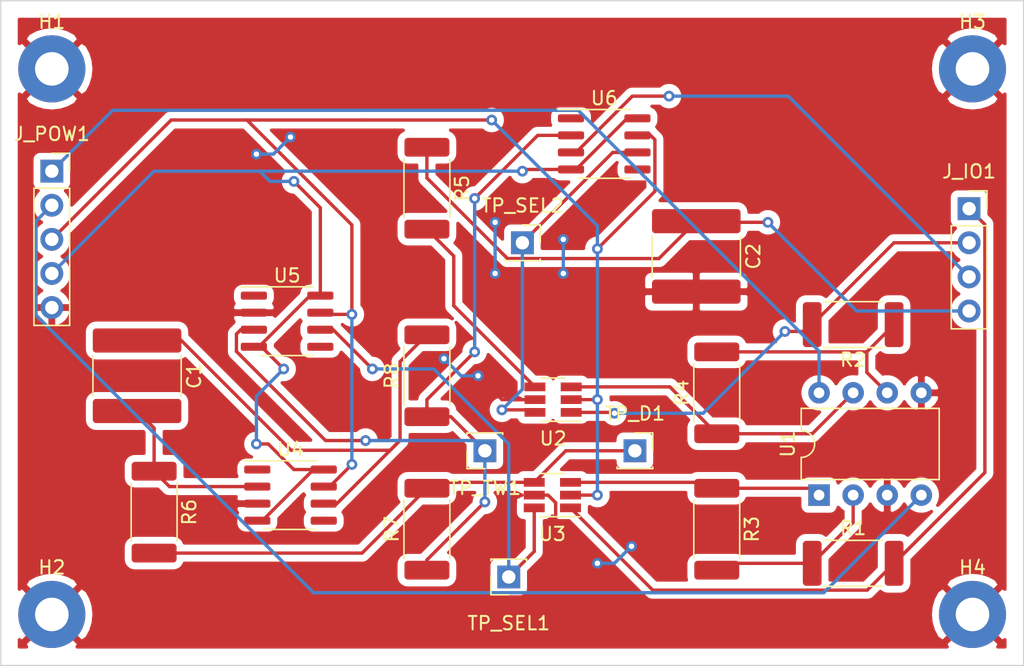
<source format=kicad_pcb>
(kicad_pcb (version 20171130) (host pcbnew "(5.1.10)-1")

  (general
    (thickness 1.6)
    (drawings 5)
    (tracks 206)
    (zones 0)
    (modules 26)
    (nets 21)
  )

  (page A4)
  (layers
    (0 F.Cu signal)
    (31 B.Cu signal)
    (32 B.Adhes user hide)
    (33 F.Adhes user hide)
    (34 B.Paste user hide)
    (35 F.Paste user hide)
    (36 B.SilkS user)
    (37 F.SilkS user hide)
    (38 B.Mask user)
    (39 F.Mask user hide)
    (40 Dwgs.User user hide)
    (41 Cmts.User user hide)
    (42 Eco1.User user hide)
    (43 Eco2.User user hide)
    (44 Edge.Cuts user)
    (45 Margin user)
    (46 B.CrtYd user hide)
    (47 F.CrtYd user hide)
    (48 B.Fab user hide)
    (49 F.Fab user hide)
  )

  (setup
    (last_trace_width 0.25)
    (trace_clearance 0.2)
    (zone_clearance 0.508)
    (zone_45_only no)
    (trace_min 0.2)
    (via_size 0.8)
    (via_drill 0.4)
    (via_min_size 0.4)
    (via_min_drill 0.3)
    (uvia_size 0.3)
    (uvia_drill 0.1)
    (uvias_allowed no)
    (uvia_min_size 0.2)
    (uvia_min_drill 0.1)
    (edge_width 0.05)
    (segment_width 0.2)
    (pcb_text_width 0.3)
    (pcb_text_size 1.5 1.5)
    (mod_edge_width 0.12)
    (mod_text_size 1 1)
    (mod_text_width 0.15)
    (pad_size 1.524 1.524)
    (pad_drill 0.762)
    (pad_to_mask_clearance 0)
    (aux_axis_origin 0 0)
    (visible_elements 7FFFFFFF)
    (pcbplotparams
      (layerselection 0x010fc_ffffffff)
      (usegerberextensions false)
      (usegerberattributes true)
      (usegerberadvancedattributes true)
      (creategerberjobfile true)
      (excludeedgelayer true)
      (linewidth 0.100000)
      (plotframeref false)
      (viasonmask false)
      (mode 1)
      (useauxorigin false)
      (hpglpennumber 1)
      (hpglpenspeed 20)
      (hpglpendiameter 15.000000)
      (psnegative false)
      (psa4output false)
      (plotreference true)
      (plotvalue true)
      (plotinvisibletext false)
      (padsonsilk false)
      (subtractmaskfromsilk false)
      (outputformat 1)
      (mirror false)
      (drillshape 1)
      (scaleselection 1)
      (outputdirectory ""))
  )

  (net 0 "")
  (net 1 "Net-(C1-Pad2)")
  (net 2 "Net-(C1-Pad1)")
  (net 3 PAS_out)
  (net 4 GND)
  (net 5 MAS)
  (net 6 WOS)
  (net 7 DUT)
  (net 8 V_6+)
  (net 9 V_6-)
  (net 10 V_2+)
  (net 11 V_2-)
  (net 12 "Net-(R1-Pad1)")
  (net 13 "Net-(R2-Pad1)")
  (net 14 MAS_inv)
  (net 15 WOS_inv)
  (net 16 "Net-(R5-Pad2)")
  (net 17 "Net-(R6-Pad2)")
  (net 18 "Net-(R7-Pad1)")
  (net 19 "Net-(TP_SEL1-Pad1)")
  (net 20 "Net-(TP_SEL2-Pad1)")

  (net_class Default "This is the default net class."
    (clearance 0.2)
    (trace_width 0.25)
    (via_dia 0.8)
    (via_drill 0.4)
    (uvia_dia 0.3)
    (uvia_drill 0.1)
    (add_net DUT)
    (add_net GND)
    (add_net MAS)
    (add_net MAS_inv)
    (add_net "Net-(C1-Pad1)")
    (add_net "Net-(C1-Pad2)")
    (add_net "Net-(R1-Pad1)")
    (add_net "Net-(R2-Pad1)")
    (add_net "Net-(R5-Pad2)")
    (add_net "Net-(R6-Pad2)")
    (add_net "Net-(R7-Pad1)")
    (add_net "Net-(TP_SEL1-Pad1)")
    (add_net "Net-(TP_SEL2-Pad1)")
    (add_net PAS_out)
    (add_net V_2+)
    (add_net V_2-)
    (add_net V_6+)
    (add_net V_6-)
    (add_net WOS)
    (add_net WOS_inv)
  )

  (module Resistor_SMD:R_2512_6332Metric_Pad1.40x3.35mm_HandSolder (layer F.Cu) (tedit 5F68FEEE) (tstamp 63F08272)
    (at 133.35 130.81 90)
    (descr "Resistor SMD 2512 (6332 Metric), square (rectangular) end terminal, IPC_7351 nominal with elongated pad for handsoldering. (Body size source: IPC-SM-782 page 72, https://www.pcb-3d.com/wordpress/wp-content/uploads/ipc-sm-782a_amendment_1_and_2.pdf), generated with kicad-footprint-generator")
    (tags "resistor handsolder")
    (path /63F604DD)
    (attr smd)
    (fp_text reference R8 (at 0 -2.62 90) (layer F.SilkS)
      (effects (font (size 1 1) (thickness 0.15)))
    )
    (fp_text value 10640 (at 0 2.62 90) (layer F.Fab)
      (effects (font (size 1 1) (thickness 0.15)))
    )
    (fp_line (start 4 1.92) (end -4 1.92) (layer F.CrtYd) (width 0.05))
    (fp_line (start 4 -1.92) (end 4 1.92) (layer F.CrtYd) (width 0.05))
    (fp_line (start -4 -1.92) (end 4 -1.92) (layer F.CrtYd) (width 0.05))
    (fp_line (start -4 1.92) (end -4 -1.92) (layer F.CrtYd) (width 0.05))
    (fp_line (start -2.177064 1.71) (end 2.177064 1.71) (layer F.SilkS) (width 0.12))
    (fp_line (start -2.177064 -1.71) (end 2.177064 -1.71) (layer F.SilkS) (width 0.12))
    (fp_line (start 3.15 1.6) (end -3.15 1.6) (layer F.Fab) (width 0.1))
    (fp_line (start 3.15 -1.6) (end 3.15 1.6) (layer F.Fab) (width 0.1))
    (fp_line (start -3.15 -1.6) (end 3.15 -1.6) (layer F.Fab) (width 0.1))
    (fp_line (start -3.15 1.6) (end -3.15 -1.6) (layer F.Fab) (width 0.1))
    (fp_text user %R (at 0 0 90) (layer F.Fab)
      (effects (font (size 1 1) (thickness 0.15)))
    )
    (pad 2 smd roundrect (at 3.05 0 90) (size 1.4 3.35) (layers F.Cu F.Paste F.Mask) (roundrect_rratio 0.178571)
      (net 2 "Net-(C1-Pad1)"))
    (pad 1 smd roundrect (at -3.05 0 90) (size 1.4 3.35) (layers F.Cu F.Paste F.Mask) (roundrect_rratio 0.178571)
      (net 18 "Net-(R7-Pad1)"))
    (model ${KISYS3DMOD}/Resistor_SMD.3dshapes/R_2512_6332Metric.wrl
      (at (xyz 0 0 0))
      (scale (xyz 1 1 1))
      (rotate (xyz 0 0 0))
    )
  )

  (module MountingHole:MountingHole_2.5mm_Pad (layer F.Cu) (tedit 56D1B4CB) (tstamp 63F0EB96)
    (at 173.99 148.59)
    (descr "Mounting Hole 2.5mm")
    (tags "mounting hole 2.5mm")
    (path /640C522F)
    (attr virtual)
    (fp_text reference H4 (at 0 -3.5) (layer F.SilkS)
      (effects (font (size 1 1) (thickness 0.15)))
    )
    (fp_text value MountingHole_Pad (at 0 3.5) (layer F.Fab)
      (effects (font (size 1 1) (thickness 0.15)))
    )
    (fp_circle (center 0 0) (end 2.75 0) (layer F.CrtYd) (width 0.05))
    (fp_circle (center 0 0) (end 2.5 0) (layer Cmts.User) (width 0.15))
    (fp_text user %R (at 0.3 0) (layer F.Fab)
      (effects (font (size 1 1) (thickness 0.15)))
    )
    (pad 1 thru_hole circle (at 0 0) (size 5 5) (drill 2.5) (layers *.Cu *.Mask)
      (net 4 GND))
  )

  (module MountingHole:MountingHole_2.5mm_Pad (layer F.Cu) (tedit 56D1B4CB) (tstamp 63F0EB8E)
    (at 173.99 107.95)
    (descr "Mounting Hole 2.5mm")
    (tags "mounting hole 2.5mm")
    (path /640C2203)
    (attr virtual)
    (fp_text reference H3 (at 0 -3.5) (layer F.SilkS)
      (effects (font (size 1 1) (thickness 0.15)))
    )
    (fp_text value MountingHole_Pad (at 0 3.5) (layer F.Fab)
      (effects (font (size 1 1) (thickness 0.15)))
    )
    (fp_circle (center 0 0) (end 2.75 0) (layer F.CrtYd) (width 0.05))
    (fp_circle (center 0 0) (end 2.5 0) (layer Cmts.User) (width 0.15))
    (fp_text user %R (at 0.3 0) (layer F.Fab)
      (effects (font (size 1 1) (thickness 0.15)))
    )
    (pad 1 thru_hole circle (at 0 0) (size 5 5) (drill 2.5) (layers *.Cu *.Mask)
      (net 4 GND))
  )

  (module MountingHole:MountingHole_2.5mm_Pad (layer F.Cu) (tedit 56D1B4CB) (tstamp 63F0EB86)
    (at 105.41 148.59)
    (descr "Mounting Hole 2.5mm")
    (tags "mounting hole 2.5mm")
    (path /640C1154)
    (attr virtual)
    (fp_text reference H2 (at 0 -3.5) (layer F.SilkS)
      (effects (font (size 1 1) (thickness 0.15)))
    )
    (fp_text value MountingHole_Pad (at 0 3.5) (layer F.Fab)
      (effects (font (size 1 1) (thickness 0.15)))
    )
    (fp_circle (center 0 0) (end 2.75 0) (layer F.CrtYd) (width 0.05))
    (fp_circle (center 0 0) (end 2.5 0) (layer Cmts.User) (width 0.15))
    (fp_text user %R (at 0.3 0) (layer F.Fab)
      (effects (font (size 1 1) (thickness 0.15)))
    )
    (pad 1 thru_hole circle (at 0 0) (size 5 5) (drill 2.5) (layers *.Cu *.Mask)
      (net 4 GND))
  )

  (module MountingHole:MountingHole_2.5mm_Pad (layer F.Cu) (tedit 56D1B4CB) (tstamp 63F0EB7E)
    (at 105.41 107.95)
    (descr "Mounting Hole 2.5mm")
    (tags "mounting hole 2.5mm")
    (path /640C80E1)
    (attr virtual)
    (fp_text reference H1 (at 0 -3.5) (layer F.SilkS)
      (effects (font (size 1 1) (thickness 0.15)))
    )
    (fp_text value MountingHole_Pad (at 0 3.5) (layer F.Fab)
      (effects (font (size 1 1) (thickness 0.15)))
    )
    (fp_circle (center 0 0) (end 2.75 0) (layer F.CrtYd) (width 0.05))
    (fp_circle (center 0 0) (end 2.5 0) (layer Cmts.User) (width 0.15))
    (fp_text user %R (at 0.3 0) (layer F.Fab)
      (effects (font (size 1 1) (thickness 0.15)))
    )
    (pad 1 thru_hole circle (at 0 0) (size 5 5) (drill 2.5) (layers *.Cu *.Mask)
      (net 4 GND))
  )

  (module Capacitor_SMD:C_2225_5664Metric_Pad1.80x6.60mm_HandSolder (layer F.Cu) (tedit 5F68FEEF) (tstamp 63F081A8)
    (at 111.76 130.81 270)
    (descr "Capacitor SMD 2225 (5664 Metric), square (rectangular) end terminal, IPC_7351 nominal with elongated pad for handsoldering. (Body size from: http://datasheets.avx.com/AVX-HV_MLCC.pdf), generated with kicad-footprint-generator")
    (tags "capacitor handsolder")
    (path /63F5C93E)
    (attr smd)
    (fp_text reference C1 (at 0 -4.25 90) (layer F.SilkS)
      (effects (font (size 1 1) (thickness 0.15)))
    )
    (fp_text value 47pF (at 0 4.25 90) (layer F.Fab)
      (effects (font (size 1 1) (thickness 0.15)))
    )
    (fp_line (start 3.78 3.55) (end -3.78 3.55) (layer F.CrtYd) (width 0.05))
    (fp_line (start 3.78 -3.55) (end 3.78 3.55) (layer F.CrtYd) (width 0.05))
    (fp_line (start -3.78 -3.55) (end 3.78 -3.55) (layer F.CrtYd) (width 0.05))
    (fp_line (start -3.78 3.55) (end -3.78 -3.55) (layer F.CrtYd) (width 0.05))
    (fp_line (start -1.522369 3.285) (end 1.522369 3.285) (layer F.SilkS) (width 0.12))
    (fp_line (start -1.522369 -3.285) (end 1.522369 -3.285) (layer F.SilkS) (width 0.12))
    (fp_line (start 2.86 3.175) (end -2.86 3.175) (layer F.Fab) (width 0.1))
    (fp_line (start 2.86 -3.175) (end 2.86 3.175) (layer F.Fab) (width 0.1))
    (fp_line (start -2.86 -3.175) (end 2.86 -3.175) (layer F.Fab) (width 0.1))
    (fp_line (start -2.86 3.175) (end -2.86 -3.175) (layer F.Fab) (width 0.1))
    (fp_text user %R (at 0 0 90) (layer F.Fab)
      (effects (font (size 1 1) (thickness 0.15)))
    )
    (pad 2 smd roundrect (at 2.625 0 270) (size 1.8 6.6) (layers F.Cu F.Paste F.Mask) (roundrect_rratio 0.138889)
      (net 1 "Net-(C1-Pad2)"))
    (pad 1 smd roundrect (at -2.625 0 270) (size 1.8 6.6) (layers F.Cu F.Paste F.Mask) (roundrect_rratio 0.138889)
      (net 2 "Net-(C1-Pad1)"))
    (model ${KISYS3DMOD}/Capacitor_SMD.3dshapes/C_2225_5664Metric.wrl
      (at (xyz 0 0 0))
      (scale (xyz 1 1 1))
      (rotate (xyz 0 0 0))
    )
  )

  (module Capacitor_SMD:C_2225_5664Metric_Pad1.80x6.60mm_HandSolder (layer F.Cu) (tedit 5F68FEEF) (tstamp 63F081B9)
    (at 153.416 121.92 270)
    (descr "Capacitor SMD 2225 (5664 Metric), square (rectangular) end terminal, IPC_7351 nominal with elongated pad for handsoldering. (Body size from: http://datasheets.avx.com/AVX-HV_MLCC.pdf), generated with kicad-footprint-generator")
    (tags "capacitor handsolder")
    (path /63FA783B)
    (attr smd)
    (fp_text reference C2 (at 0 -4.25 90) (layer F.SilkS)
      (effects (font (size 1 1) (thickness 0.15)))
    )
    (fp_text value 0.1uF (at 0 4.25 90) (layer F.Fab)
      (effects (font (size 1 1) (thickness 0.15)))
    )
    (fp_line (start -2.86 3.175) (end -2.86 -3.175) (layer F.Fab) (width 0.1))
    (fp_line (start -2.86 -3.175) (end 2.86 -3.175) (layer F.Fab) (width 0.1))
    (fp_line (start 2.86 -3.175) (end 2.86 3.175) (layer F.Fab) (width 0.1))
    (fp_line (start 2.86 3.175) (end -2.86 3.175) (layer F.Fab) (width 0.1))
    (fp_line (start -1.522369 -3.285) (end 1.522369 -3.285) (layer F.SilkS) (width 0.12))
    (fp_line (start -1.522369 3.285) (end 1.522369 3.285) (layer F.SilkS) (width 0.12))
    (fp_line (start -3.78 3.55) (end -3.78 -3.55) (layer F.CrtYd) (width 0.05))
    (fp_line (start -3.78 -3.55) (end 3.78 -3.55) (layer F.CrtYd) (width 0.05))
    (fp_line (start 3.78 -3.55) (end 3.78 3.55) (layer F.CrtYd) (width 0.05))
    (fp_line (start 3.78 3.55) (end -3.78 3.55) (layer F.CrtYd) (width 0.05))
    (fp_text user %R (at 0 0 90) (layer F.Fab)
      (effects (font (size 1 1) (thickness 0.15)))
    )
    (pad 1 smd roundrect (at -2.625 0 270) (size 1.8 6.6) (layers F.Cu F.Paste F.Mask) (roundrect_rratio 0.138889)
      (net 3 PAS_out))
    (pad 2 smd roundrect (at 2.625 0 270) (size 1.8 6.6) (layers F.Cu F.Paste F.Mask) (roundrect_rratio 0.138889)
      (net 4 GND))
    (model ${KISYS3DMOD}/Capacitor_SMD.3dshapes/C_2225_5664Metric.wrl
      (at (xyz 0 0 0))
      (scale (xyz 1 1 1))
      (rotate (xyz 0 0 0))
    )
  )

  (module Connector_PinSocket_2.54mm:PinSocket_1x04_P2.54mm_Vertical (layer F.Cu) (tedit 5A19A429) (tstamp 63F081D1)
    (at 173.736 118.364)
    (descr "Through hole straight socket strip, 1x04, 2.54mm pitch, single row (from Kicad 4.0.7), script generated")
    (tags "Through hole socket strip THT 1x04 2.54mm single row")
    (path /63EFDA98)
    (fp_text reference J_IO1 (at 0 -2.77) (layer F.SilkS)
      (effects (font (size 1 1) (thickness 0.15)))
    )
    (fp_text value Conn_01x04 (at 0 10.39) (layer F.Fab)
      (effects (font (size 1 1) (thickness 0.15)))
    )
    (fp_line (start -1.27 -1.27) (end 0.635 -1.27) (layer F.Fab) (width 0.1))
    (fp_line (start 0.635 -1.27) (end 1.27 -0.635) (layer F.Fab) (width 0.1))
    (fp_line (start 1.27 -0.635) (end 1.27 8.89) (layer F.Fab) (width 0.1))
    (fp_line (start 1.27 8.89) (end -1.27 8.89) (layer F.Fab) (width 0.1))
    (fp_line (start -1.27 8.89) (end -1.27 -1.27) (layer F.Fab) (width 0.1))
    (fp_line (start -1.33 1.27) (end 1.33 1.27) (layer F.SilkS) (width 0.12))
    (fp_line (start -1.33 1.27) (end -1.33 8.95) (layer F.SilkS) (width 0.12))
    (fp_line (start -1.33 8.95) (end 1.33 8.95) (layer F.SilkS) (width 0.12))
    (fp_line (start 1.33 1.27) (end 1.33 8.95) (layer F.SilkS) (width 0.12))
    (fp_line (start 1.33 -1.33) (end 1.33 0) (layer F.SilkS) (width 0.12))
    (fp_line (start 0 -1.33) (end 1.33 -1.33) (layer F.SilkS) (width 0.12))
    (fp_line (start -1.8 -1.8) (end 1.75 -1.8) (layer F.CrtYd) (width 0.05))
    (fp_line (start 1.75 -1.8) (end 1.75 9.4) (layer F.CrtYd) (width 0.05))
    (fp_line (start 1.75 9.4) (end -1.8 9.4) (layer F.CrtYd) (width 0.05))
    (fp_line (start -1.8 9.4) (end -1.8 -1.8) (layer F.CrtYd) (width 0.05))
    (fp_text user %R (at 0 3.81 90) (layer F.Fab)
      (effects (font (size 1 1) (thickness 0.15)))
    )
    (pad 1 thru_hole rect (at 0 0) (size 1.7 1.7) (drill 1) (layers *.Cu *.Mask)
      (net 5 MAS))
    (pad 2 thru_hole oval (at 0 2.54) (size 1.7 1.7) (drill 1) (layers *.Cu *.Mask)
      (net 6 WOS))
    (pad 3 thru_hole oval (at 0 5.08) (size 1.7 1.7) (drill 1) (layers *.Cu *.Mask)
      (net 7 DUT))
    (pad 4 thru_hole oval (at 0 7.62) (size 1.7 1.7) (drill 1) (layers *.Cu *.Mask)
      (net 3 PAS_out))
    (model ${KISYS3DMOD}/Connector_PinSocket_2.54mm.3dshapes/PinSocket_1x04_P2.54mm_Vertical.wrl
      (at (xyz 0 0 0))
      (scale (xyz 1 1 1))
      (rotate (xyz 0 0 0))
    )
  )

  (module Connector_PinSocket_2.54mm:PinSocket_1x05_P2.54mm_Vertical (layer F.Cu) (tedit 5A19A420) (tstamp 63F081EA)
    (at 105.41 115.57)
    (descr "Through hole straight socket strip, 1x05, 2.54mm pitch, single row (from Kicad 4.0.7), script generated")
    (tags "Through hole socket strip THT 1x05 2.54mm single row")
    (path /63EFCB8B)
    (fp_text reference J_POW1 (at 0 -2.77) (layer F.SilkS)
      (effects (font (size 1 1) (thickness 0.15)))
    )
    (fp_text value Conn_01x05 (at 0 12.93) (layer F.Fab)
      (effects (font (size 1 1) (thickness 0.15)))
    )
    (fp_line (start -1.27 -1.27) (end 0.635 -1.27) (layer F.Fab) (width 0.1))
    (fp_line (start 0.635 -1.27) (end 1.27 -0.635) (layer F.Fab) (width 0.1))
    (fp_line (start 1.27 -0.635) (end 1.27 11.43) (layer F.Fab) (width 0.1))
    (fp_line (start 1.27 11.43) (end -1.27 11.43) (layer F.Fab) (width 0.1))
    (fp_line (start -1.27 11.43) (end -1.27 -1.27) (layer F.Fab) (width 0.1))
    (fp_line (start -1.33 1.27) (end 1.33 1.27) (layer F.SilkS) (width 0.12))
    (fp_line (start -1.33 1.27) (end -1.33 11.49) (layer F.SilkS) (width 0.12))
    (fp_line (start -1.33 11.49) (end 1.33 11.49) (layer F.SilkS) (width 0.12))
    (fp_line (start 1.33 1.27) (end 1.33 11.49) (layer F.SilkS) (width 0.12))
    (fp_line (start 1.33 -1.33) (end 1.33 0) (layer F.SilkS) (width 0.12))
    (fp_line (start 0 -1.33) (end 1.33 -1.33) (layer F.SilkS) (width 0.12))
    (fp_line (start -1.8 -1.8) (end 1.75 -1.8) (layer F.CrtYd) (width 0.05))
    (fp_line (start 1.75 -1.8) (end 1.75 11.9) (layer F.CrtYd) (width 0.05))
    (fp_line (start 1.75 11.9) (end -1.8 11.9) (layer F.CrtYd) (width 0.05))
    (fp_line (start -1.8 11.9) (end -1.8 -1.8) (layer F.CrtYd) (width 0.05))
    (fp_text user %R (at 0 5.08 90) (layer F.Fab)
      (effects (font (size 1 1) (thickness 0.15)))
    )
    (pad 1 thru_hole rect (at 0 0) (size 1.7 1.7) (drill 1) (layers *.Cu *.Mask)
      (net 8 V_6+))
    (pad 2 thru_hole oval (at 0 2.54) (size 1.7 1.7) (drill 1) (layers *.Cu *.Mask)
      (net 9 V_6-))
    (pad 3 thru_hole oval (at 0 5.08) (size 1.7 1.7) (drill 1) (layers *.Cu *.Mask)
      (net 10 V_2+))
    (pad 4 thru_hole oval (at 0 7.62) (size 1.7 1.7) (drill 1) (layers *.Cu *.Mask)
      (net 11 V_2-))
    (pad 5 thru_hole oval (at 0 10.16) (size 1.7 1.7) (drill 1) (layers *.Cu *.Mask)
      (net 4 GND))
    (model ${KISYS3DMOD}/Connector_PinSocket_2.54mm.3dshapes/PinSocket_1x05_P2.54mm_Vertical.wrl
      (at (xyz 0 0 0))
      (scale (xyz 1 1 1))
      (rotate (xyz 0 0 0))
    )
  )

  (module Resistor_SMD:R_2512_6332Metric_Pad1.40x3.35mm_HandSolder (layer F.Cu) (tedit 5F68FEEE) (tstamp 63F081FB)
    (at 165.1 144.78)
    (descr "Resistor SMD 2512 (6332 Metric), square (rectangular) end terminal, IPC_7351 nominal with elongated pad for handsoldering. (Body size source: IPC-SM-782 page 72, https://www.pcb-3d.com/wordpress/wp-content/uploads/ipc-sm-782a_amendment_1_and_2.pdf), generated with kicad-footprint-generator")
    (tags "resistor handsolder")
    (path /63F0D2D1)
    (attr smd)
    (fp_text reference R1 (at 0 -2.62) (layer F.SilkS)
      (effects (font (size 1 1) (thickness 0.15)))
    )
    (fp_text value 1000 (at 0 2.62) (layer F.Fab)
      (effects (font (size 1 1) (thickness 0.15)))
    )
    (fp_line (start 4 1.92) (end -4 1.92) (layer F.CrtYd) (width 0.05))
    (fp_line (start 4 -1.92) (end 4 1.92) (layer F.CrtYd) (width 0.05))
    (fp_line (start -4 -1.92) (end 4 -1.92) (layer F.CrtYd) (width 0.05))
    (fp_line (start -4 1.92) (end -4 -1.92) (layer F.CrtYd) (width 0.05))
    (fp_line (start -2.177064 1.71) (end 2.177064 1.71) (layer F.SilkS) (width 0.12))
    (fp_line (start -2.177064 -1.71) (end 2.177064 -1.71) (layer F.SilkS) (width 0.12))
    (fp_line (start 3.15 1.6) (end -3.15 1.6) (layer F.Fab) (width 0.1))
    (fp_line (start 3.15 -1.6) (end 3.15 1.6) (layer F.Fab) (width 0.1))
    (fp_line (start -3.15 -1.6) (end 3.15 -1.6) (layer F.Fab) (width 0.1))
    (fp_line (start -3.15 1.6) (end -3.15 -1.6) (layer F.Fab) (width 0.1))
    (fp_text user %R (at 0 0) (layer F.Fab)
      (effects (font (size 1 1) (thickness 0.15)))
    )
    (pad 2 smd roundrect (at 3.05 0) (size 1.4 3.35) (layers F.Cu F.Paste F.Mask) (roundrect_rratio 0.178571)
      (net 5 MAS))
    (pad 1 smd roundrect (at -3.05 0) (size 1.4 3.35) (layers F.Cu F.Paste F.Mask) (roundrect_rratio 0.178571)
      (net 12 "Net-(R1-Pad1)"))
    (model ${KISYS3DMOD}/Resistor_SMD.3dshapes/R_2512_6332Metric.wrl
      (at (xyz 0 0 0))
      (scale (xyz 1 1 1))
      (rotate (xyz 0 0 0))
    )
  )

  (module Resistor_SMD:R_2512_6332Metric_Pad1.40x3.35mm_HandSolder (layer F.Cu) (tedit 5F68FEEE) (tstamp 63F0820C)
    (at 165.1 127 180)
    (descr "Resistor SMD 2512 (6332 Metric), square (rectangular) end terminal, IPC_7351 nominal with elongated pad for handsoldering. (Body size source: IPC-SM-782 page 72, https://www.pcb-3d.com/wordpress/wp-content/uploads/ipc-sm-782a_amendment_1_and_2.pdf), generated with kicad-footprint-generator")
    (tags "resistor handsolder")
    (path /63F0D74C)
    (attr smd)
    (fp_text reference R2 (at 0 -2.62) (layer F.SilkS)
      (effects (font (size 1 1) (thickness 0.15)))
    )
    (fp_text value 1000 (at 0 2.62) (layer F.Fab)
      (effects (font (size 1 1) (thickness 0.15)))
    )
    (fp_line (start -3.15 1.6) (end -3.15 -1.6) (layer F.Fab) (width 0.1))
    (fp_line (start -3.15 -1.6) (end 3.15 -1.6) (layer F.Fab) (width 0.1))
    (fp_line (start 3.15 -1.6) (end 3.15 1.6) (layer F.Fab) (width 0.1))
    (fp_line (start 3.15 1.6) (end -3.15 1.6) (layer F.Fab) (width 0.1))
    (fp_line (start -2.177064 -1.71) (end 2.177064 -1.71) (layer F.SilkS) (width 0.12))
    (fp_line (start -2.177064 1.71) (end 2.177064 1.71) (layer F.SilkS) (width 0.12))
    (fp_line (start -4 1.92) (end -4 -1.92) (layer F.CrtYd) (width 0.05))
    (fp_line (start -4 -1.92) (end 4 -1.92) (layer F.CrtYd) (width 0.05))
    (fp_line (start 4 -1.92) (end 4 1.92) (layer F.CrtYd) (width 0.05))
    (fp_line (start 4 1.92) (end -4 1.92) (layer F.CrtYd) (width 0.05))
    (fp_text user %R (at 0 0) (layer F.Fab)
      (effects (font (size 1 1) (thickness 0.15)))
    )
    (pad 1 smd roundrect (at -3.05 0 180) (size 1.4 3.35) (layers F.Cu F.Paste F.Mask) (roundrect_rratio 0.178571)
      (net 13 "Net-(R2-Pad1)"))
    (pad 2 smd roundrect (at 3.05 0 180) (size 1.4 3.35) (layers F.Cu F.Paste F.Mask) (roundrect_rratio 0.178571)
      (net 6 WOS))
    (model ${KISYS3DMOD}/Resistor_SMD.3dshapes/R_2512_6332Metric.wrl
      (at (xyz 0 0 0))
      (scale (xyz 1 1 1))
      (rotate (xyz 0 0 0))
    )
  )

  (module Resistor_SMD:R_2512_6332Metric_Pad1.40x3.35mm_HandSolder (layer F.Cu) (tedit 5F68FEEE) (tstamp 63F0821D)
    (at 154.94 142.24 270)
    (descr "Resistor SMD 2512 (6332 Metric), square (rectangular) end terminal, IPC_7351 nominal with elongated pad for handsoldering. (Body size source: IPC-SM-782 page 72, https://www.pcb-3d.com/wordpress/wp-content/uploads/ipc-sm-782a_amendment_1_and_2.pdf), generated with kicad-footprint-generator")
    (tags "resistor handsolder")
    (path /63F0CD85)
    (attr smd)
    (fp_text reference R3 (at 0 -2.62 90) (layer F.SilkS)
      (effects (font (size 1 1) (thickness 0.15)))
    )
    (fp_text value 1000 (at 0 2.62 90) (layer F.Fab)
      (effects (font (size 1 1) (thickness 0.15)))
    )
    (fp_line (start -3.15 1.6) (end -3.15 -1.6) (layer F.Fab) (width 0.1))
    (fp_line (start -3.15 -1.6) (end 3.15 -1.6) (layer F.Fab) (width 0.1))
    (fp_line (start 3.15 -1.6) (end 3.15 1.6) (layer F.Fab) (width 0.1))
    (fp_line (start 3.15 1.6) (end -3.15 1.6) (layer F.Fab) (width 0.1))
    (fp_line (start -2.177064 -1.71) (end 2.177064 -1.71) (layer F.SilkS) (width 0.12))
    (fp_line (start -2.177064 1.71) (end 2.177064 1.71) (layer F.SilkS) (width 0.12))
    (fp_line (start -4 1.92) (end -4 -1.92) (layer F.CrtYd) (width 0.05))
    (fp_line (start -4 -1.92) (end 4 -1.92) (layer F.CrtYd) (width 0.05))
    (fp_line (start 4 -1.92) (end 4 1.92) (layer F.CrtYd) (width 0.05))
    (fp_line (start 4 1.92) (end -4 1.92) (layer F.CrtYd) (width 0.05))
    (fp_text user %R (at 0 0 90) (layer F.Fab)
      (effects (font (size 1 1) (thickness 0.15)))
    )
    (pad 1 smd roundrect (at -3.05 0 270) (size 1.4 3.35) (layers F.Cu F.Paste F.Mask) (roundrect_rratio 0.178571)
      (net 14 MAS_inv))
    (pad 2 smd roundrect (at 3.05 0 270) (size 1.4 3.35) (layers F.Cu F.Paste F.Mask) (roundrect_rratio 0.178571)
      (net 12 "Net-(R1-Pad1)"))
    (model ${KISYS3DMOD}/Resistor_SMD.3dshapes/R_2512_6332Metric.wrl
      (at (xyz 0 0 0))
      (scale (xyz 1 1 1))
      (rotate (xyz 0 0 0))
    )
  )

  (module Resistor_SMD:R_2512_6332Metric_Pad1.40x3.35mm_HandSolder (layer F.Cu) (tedit 5F68FEEE) (tstamp 63F0822E)
    (at 154.94 132.08 90)
    (descr "Resistor SMD 2512 (6332 Metric), square (rectangular) end terminal, IPC_7351 nominal with elongated pad for handsoldering. (Body size source: IPC-SM-782 page 72, https://www.pcb-3d.com/wordpress/wp-content/uploads/ipc-sm-782a_amendment_1_and_2.pdf), generated with kicad-footprint-generator")
    (tags "resistor handsolder")
    (path /63F0DB42)
    (attr smd)
    (fp_text reference R4 (at 0 -2.62 90) (layer F.SilkS)
      (effects (font (size 1 1) (thickness 0.15)))
    )
    (fp_text value 1000 (at 0 2.62 90) (layer F.Fab)
      (effects (font (size 1 1) (thickness 0.15)))
    )
    (fp_line (start 4 1.92) (end -4 1.92) (layer F.CrtYd) (width 0.05))
    (fp_line (start 4 -1.92) (end 4 1.92) (layer F.CrtYd) (width 0.05))
    (fp_line (start -4 -1.92) (end 4 -1.92) (layer F.CrtYd) (width 0.05))
    (fp_line (start -4 1.92) (end -4 -1.92) (layer F.CrtYd) (width 0.05))
    (fp_line (start -2.177064 1.71) (end 2.177064 1.71) (layer F.SilkS) (width 0.12))
    (fp_line (start -2.177064 -1.71) (end 2.177064 -1.71) (layer F.SilkS) (width 0.12))
    (fp_line (start 3.15 1.6) (end -3.15 1.6) (layer F.Fab) (width 0.1))
    (fp_line (start 3.15 -1.6) (end 3.15 1.6) (layer F.Fab) (width 0.1))
    (fp_line (start -3.15 -1.6) (end 3.15 -1.6) (layer F.Fab) (width 0.1))
    (fp_line (start -3.15 1.6) (end -3.15 -1.6) (layer F.Fab) (width 0.1))
    (fp_text user %R (at 0 0 90) (layer F.Fab)
      (effects (font (size 1 1) (thickness 0.15)))
    )
    (pad 2 smd roundrect (at 3.05 0 90) (size 1.4 3.35) (layers F.Cu F.Paste F.Mask) (roundrect_rratio 0.178571)
      (net 13 "Net-(R2-Pad1)"))
    (pad 1 smd roundrect (at -3.05 0 90) (size 1.4 3.35) (layers F.Cu F.Paste F.Mask) (roundrect_rratio 0.178571)
      (net 15 WOS_inv))
    (model ${KISYS3DMOD}/Resistor_SMD.3dshapes/R_2512_6332Metric.wrl
      (at (xyz 0 0 0))
      (scale (xyz 1 1 1))
      (rotate (xyz 0 0 0))
    )
  )

  (module Resistor_SMD:R_2512_6332Metric_Pad1.40x3.35mm_HandSolder (layer F.Cu) (tedit 5F68FEEE) (tstamp 63F0823F)
    (at 133.35 116.84 270)
    (descr "Resistor SMD 2512 (6332 Metric), square (rectangular) end terminal, IPC_7351 nominal with elongated pad for handsoldering. (Body size source: IPC-SM-782 page 72, https://www.pcb-3d.com/wordpress/wp-content/uploads/ipc-sm-782a_amendment_1_and_2.pdf), generated with kicad-footprint-generator")
    (tags "resistor handsolder")
    (path /63FA8151)
    (attr smd)
    (fp_text reference R5 (at 0 -2.62 90) (layer F.SilkS)
      (effects (font (size 1 1) (thickness 0.15)))
    )
    (fp_text value 820000 (at 0 2.62 90) (layer F.Fab)
      (effects (font (size 1 1) (thickness 0.15)))
    )
    (fp_line (start 4 1.92) (end -4 1.92) (layer F.CrtYd) (width 0.05))
    (fp_line (start 4 -1.92) (end 4 1.92) (layer F.CrtYd) (width 0.05))
    (fp_line (start -4 -1.92) (end 4 -1.92) (layer F.CrtYd) (width 0.05))
    (fp_line (start -4 1.92) (end -4 -1.92) (layer F.CrtYd) (width 0.05))
    (fp_line (start -2.177064 1.71) (end 2.177064 1.71) (layer F.SilkS) (width 0.12))
    (fp_line (start -2.177064 -1.71) (end 2.177064 -1.71) (layer F.SilkS) (width 0.12))
    (fp_line (start 3.15 1.6) (end -3.15 1.6) (layer F.Fab) (width 0.1))
    (fp_line (start 3.15 -1.6) (end 3.15 1.6) (layer F.Fab) (width 0.1))
    (fp_line (start -3.15 -1.6) (end 3.15 -1.6) (layer F.Fab) (width 0.1))
    (fp_line (start -3.15 1.6) (end -3.15 -1.6) (layer F.Fab) (width 0.1))
    (fp_text user %R (at 0 0 90) (layer F.Fab)
      (effects (font (size 1 1) (thickness 0.15)))
    )
    (pad 2 smd roundrect (at 3.05 0 270) (size 1.4 3.35) (layers F.Cu F.Paste F.Mask) (roundrect_rratio 0.178571)
      (net 16 "Net-(R5-Pad2)"))
    (pad 1 smd roundrect (at -3.05 0 270) (size 1.4 3.35) (layers F.Cu F.Paste F.Mask) (roundrect_rratio 0.178571)
      (net 3 PAS_out))
    (model ${KISYS3DMOD}/Resistor_SMD.3dshapes/R_2512_6332Metric.wrl
      (at (xyz 0 0 0))
      (scale (xyz 1 1 1))
      (rotate (xyz 0 0 0))
    )
  )

  (module Resistor_SMD:R_2512_6332Metric_Pad1.40x3.35mm_HandSolder (layer F.Cu) (tedit 5F68FEEE) (tstamp 63F08250)
    (at 113.03 140.97 270)
    (descr "Resistor SMD 2512 (6332 Metric), square (rectangular) end terminal, IPC_7351 nominal with elongated pad for handsoldering. (Body size source: IPC-SM-782 page 72, https://www.pcb-3d.com/wordpress/wp-content/uploads/ipc-sm-782a_amendment_1_and_2.pdf), generated with kicad-footprint-generator")
    (tags "resistor handsolder")
    (path /63F42003)
    (attr smd)
    (fp_text reference R6 (at 0 -2.62 90) (layer F.SilkS)
      (effects (font (size 1 1) (thickness 0.15)))
    )
    (fp_text value 5320 (at 0 2.62 90) (layer F.Fab)
      (effects (font (size 1 1) (thickness 0.15)))
    )
    (fp_line (start -3.15 1.6) (end -3.15 -1.6) (layer F.Fab) (width 0.1))
    (fp_line (start -3.15 -1.6) (end 3.15 -1.6) (layer F.Fab) (width 0.1))
    (fp_line (start 3.15 -1.6) (end 3.15 1.6) (layer F.Fab) (width 0.1))
    (fp_line (start 3.15 1.6) (end -3.15 1.6) (layer F.Fab) (width 0.1))
    (fp_line (start -2.177064 -1.71) (end 2.177064 -1.71) (layer F.SilkS) (width 0.12))
    (fp_line (start -2.177064 1.71) (end 2.177064 1.71) (layer F.SilkS) (width 0.12))
    (fp_line (start -4 1.92) (end -4 -1.92) (layer F.CrtYd) (width 0.05))
    (fp_line (start -4 -1.92) (end 4 -1.92) (layer F.CrtYd) (width 0.05))
    (fp_line (start 4 -1.92) (end 4 1.92) (layer F.CrtYd) (width 0.05))
    (fp_line (start 4 1.92) (end -4 1.92) (layer F.CrtYd) (width 0.05))
    (fp_text user %R (at 0 0 90) (layer F.Fab)
      (effects (font (size 1 1) (thickness 0.15)))
    )
    (pad 1 smd roundrect (at -3.05 0 270) (size 1.4 3.35) (layers F.Cu F.Paste F.Mask) (roundrect_rratio 0.178571)
      (net 1 "Net-(C1-Pad2)"))
    (pad 2 smd roundrect (at 3.05 0 270) (size 1.4 3.35) (layers F.Cu F.Paste F.Mask) (roundrect_rratio 0.178571)
      (net 17 "Net-(R6-Pad2)"))
    (model ${KISYS3DMOD}/Resistor_SMD.3dshapes/R_2512_6332Metric.wrl
      (at (xyz 0 0 0))
      (scale (xyz 1 1 1))
      (rotate (xyz 0 0 0))
    )
  )

  (module Resistor_SMD:R_2512_6332Metric_Pad1.40x3.35mm_HandSolder (layer F.Cu) (tedit 5F68FEEE) (tstamp 63F08261)
    (at 133.35 142.24 90)
    (descr "Resistor SMD 2512 (6332 Metric), square (rectangular) end terminal, IPC_7351 nominal with elongated pad for handsoldering. (Body size source: IPC-SM-782 page 72, https://www.pcb-3d.com/wordpress/wp-content/uploads/ipc-sm-782a_amendment_1_and_2.pdf), generated with kicad-footprint-generator")
    (tags "resistor handsolder")
    (path /63F61A83)
    (attr smd)
    (fp_text reference R7 (at 0 -2.62 90) (layer F.SilkS)
      (effects (font (size 1 1) (thickness 0.15)))
    )
    (fp_text value 10640 (at 0 2.62 90) (layer F.Fab)
      (effects (font (size 1 1) (thickness 0.15)))
    )
    (fp_line (start -3.15 1.6) (end -3.15 -1.6) (layer F.Fab) (width 0.1))
    (fp_line (start -3.15 -1.6) (end 3.15 -1.6) (layer F.Fab) (width 0.1))
    (fp_line (start 3.15 -1.6) (end 3.15 1.6) (layer F.Fab) (width 0.1))
    (fp_line (start 3.15 1.6) (end -3.15 1.6) (layer F.Fab) (width 0.1))
    (fp_line (start -2.177064 -1.71) (end 2.177064 -1.71) (layer F.SilkS) (width 0.12))
    (fp_line (start -2.177064 1.71) (end 2.177064 1.71) (layer F.SilkS) (width 0.12))
    (fp_line (start -4 1.92) (end -4 -1.92) (layer F.CrtYd) (width 0.05))
    (fp_line (start -4 -1.92) (end 4 -1.92) (layer F.CrtYd) (width 0.05))
    (fp_line (start 4 -1.92) (end 4 1.92) (layer F.CrtYd) (width 0.05))
    (fp_line (start 4 1.92) (end -4 1.92) (layer F.CrtYd) (width 0.05))
    (fp_text user %R (at 0 0 90) (layer F.Fab)
      (effects (font (size 1 1) (thickness 0.15)))
    )
    (pad 1 smd roundrect (at -3.05 0 90) (size 1.4 3.35) (layers F.Cu F.Paste F.Mask) (roundrect_rratio 0.178571)
      (net 18 "Net-(R7-Pad1)"))
    (pad 2 smd roundrect (at 3.05 0 90) (size 1.4 3.35) (layers F.Cu F.Paste F.Mask) (roundrect_rratio 0.178571)
      (net 17 "Net-(R6-Pad2)"))
    (model ${KISYS3DMOD}/Resistor_SMD.3dshapes/R_2512_6332Metric.wrl
      (at (xyz 0 0 0))
      (scale (xyz 1 1 1))
      (rotate (xyz 0 0 0))
    )
  )

  (module Connector_PinSocket_2.54mm:PinSocket_1x01_P2.54mm_Vertical (layer F.Cu) (tedit 5A19A434) (tstamp 63F08286)
    (at 148.844 136.398)
    (descr "Through hole straight socket strip, 1x01, 2.54mm pitch, single row (from Kicad 4.0.7), script generated")
    (tags "Through hole socket strip THT 1x01 2.54mm single row")
    (path /6408DF90)
    (fp_text reference TP_D1 (at 0 -2.77) (layer F.SilkS)
      (effects (font (size 1 1) (thickness 0.15)))
    )
    (fp_text value Conn_01x01 (at 0 2.77) (layer F.Fab)
      (effects (font (size 1 1) (thickness 0.15)))
    )
    (fp_line (start -1.8 1.75) (end -1.8 -1.8) (layer F.CrtYd) (width 0.05))
    (fp_line (start 1.75 1.75) (end -1.8 1.75) (layer F.CrtYd) (width 0.05))
    (fp_line (start 1.75 -1.8) (end 1.75 1.75) (layer F.CrtYd) (width 0.05))
    (fp_line (start -1.8 -1.8) (end 1.75 -1.8) (layer F.CrtYd) (width 0.05))
    (fp_line (start 0 -1.33) (end 1.33 -1.33) (layer F.SilkS) (width 0.12))
    (fp_line (start 1.33 -1.33) (end 1.33 0) (layer F.SilkS) (width 0.12))
    (fp_line (start 1.33 1.21) (end 1.33 1.33) (layer F.SilkS) (width 0.12))
    (fp_line (start -1.33 1.21) (end -1.33 1.33) (layer F.SilkS) (width 0.12))
    (fp_line (start -1.33 1.33) (end 1.33 1.33) (layer F.SilkS) (width 0.12))
    (fp_line (start -1.27 1.27) (end -1.27 -1.27) (layer F.Fab) (width 0.1))
    (fp_line (start 1.27 1.27) (end -1.27 1.27) (layer F.Fab) (width 0.1))
    (fp_line (start 1.27 -0.635) (end 1.27 1.27) (layer F.Fab) (width 0.1))
    (fp_line (start 0.635 -1.27) (end 1.27 -0.635) (layer F.Fab) (width 0.1))
    (fp_line (start -1.27 -1.27) (end 0.635 -1.27) (layer F.Fab) (width 0.1))
    (fp_text user %R (at 0 0) (layer F.Fab)
      (effects (font (size 1 1) (thickness 0.15)))
    )
    (pad 1 thru_hole rect (at 0 0) (size 1.7 1.7) (drill 1) (layers *.Cu *.Mask)
      (net 17 "Net-(R6-Pad2)"))
    (model ${KISYS3DMOD}/Connector_PinSocket_2.54mm.3dshapes/PinSocket_1x01_P2.54mm_Vertical.wrl
      (at (xyz 0 0 0))
      (scale (xyz 1 1 1))
      (rotate (xyz 0 0 0))
    )
  )

  (module Connector_PinSocket_2.54mm:PinSocket_1x01_P2.54mm_Vertical (layer F.Cu) (tedit 5A19A434) (tstamp 63F0829A)
    (at 139.446 145.796 180)
    (descr "Through hole straight socket strip, 1x01, 2.54mm pitch, single row (from Kicad 4.0.7), script generated")
    (tags "Through hole socket strip THT 1x01 2.54mm single row")
    (path /6408515F)
    (fp_text reference TP_SEL1 (at 0 -3.449001) (layer F.SilkS)
      (effects (font (size 1 1) (thickness 0.15)))
    )
    (fp_text value Conn_01x01 (at 0 2.77) (layer F.Fab)
      (effects (font (size 1 1) (thickness 0.15)))
    )
    (fp_line (start -1.8 1.75) (end -1.8 -1.8) (layer F.CrtYd) (width 0.05))
    (fp_line (start 1.75 1.75) (end -1.8 1.75) (layer F.CrtYd) (width 0.05))
    (fp_line (start 1.75 -1.8) (end 1.75 1.75) (layer F.CrtYd) (width 0.05))
    (fp_line (start -1.8 -1.8) (end 1.75 -1.8) (layer F.CrtYd) (width 0.05))
    (fp_line (start 0 -1.33) (end 1.33 -1.33) (layer F.SilkS) (width 0.12))
    (fp_line (start 1.33 -1.33) (end 1.33 0) (layer F.SilkS) (width 0.12))
    (fp_line (start 1.33 1.21) (end 1.33 1.33) (layer F.SilkS) (width 0.12))
    (fp_line (start -1.33 1.21) (end -1.33 1.33) (layer F.SilkS) (width 0.12))
    (fp_line (start -1.33 1.33) (end 1.33 1.33) (layer F.SilkS) (width 0.12))
    (fp_line (start -1.27 1.27) (end -1.27 -1.27) (layer F.Fab) (width 0.1))
    (fp_line (start 1.27 1.27) (end -1.27 1.27) (layer F.Fab) (width 0.1))
    (fp_line (start 1.27 -0.635) (end 1.27 1.27) (layer F.Fab) (width 0.1))
    (fp_line (start 0.635 -1.27) (end 1.27 -0.635) (layer F.Fab) (width 0.1))
    (fp_line (start -1.27 -1.27) (end 0.635 -1.27) (layer F.Fab) (width 0.1))
    (fp_text user %R (at 0 0) (layer F.Fab)
      (effects (font (size 1 1) (thickness 0.15)))
    )
    (pad 1 thru_hole rect (at 0 0 180) (size 1.7 1.7) (drill 1) (layers *.Cu *.Mask)
      (net 19 "Net-(TP_SEL1-Pad1)"))
    (model ${KISYS3DMOD}/Connector_PinSocket_2.54mm.3dshapes/PinSocket_1x01_P2.54mm_Vertical.wrl
      (at (xyz 0 0 0))
      (scale (xyz 1 1 1))
      (rotate (xyz 0 0 0))
    )
  )

  (module Connector_PinSocket_2.54mm:PinSocket_1x01_P2.54mm_Vertical (layer F.Cu) (tedit 5A19A434) (tstamp 63F082AE)
    (at 140.462 120.904)
    (descr "Through hole straight socket strip, 1x01, 2.54mm pitch, single row (from Kicad 4.0.7), script generated")
    (tags "Through hole socket strip THT 1x01 2.54mm single row")
    (path /6408A03B)
    (fp_text reference TP_SEL2 (at 0 -2.77) (layer F.SilkS)
      (effects (font (size 1 1) (thickness 0.15)))
    )
    (fp_text value Conn_01x01 (at 0 2.77) (layer F.Fab)
      (effects (font (size 1 1) (thickness 0.15)))
    )
    (fp_line (start -1.27 -1.27) (end 0.635 -1.27) (layer F.Fab) (width 0.1))
    (fp_line (start 0.635 -1.27) (end 1.27 -0.635) (layer F.Fab) (width 0.1))
    (fp_line (start 1.27 -0.635) (end 1.27 1.27) (layer F.Fab) (width 0.1))
    (fp_line (start 1.27 1.27) (end -1.27 1.27) (layer F.Fab) (width 0.1))
    (fp_line (start -1.27 1.27) (end -1.27 -1.27) (layer F.Fab) (width 0.1))
    (fp_line (start -1.33 1.33) (end 1.33 1.33) (layer F.SilkS) (width 0.12))
    (fp_line (start -1.33 1.21) (end -1.33 1.33) (layer F.SilkS) (width 0.12))
    (fp_line (start 1.33 1.21) (end 1.33 1.33) (layer F.SilkS) (width 0.12))
    (fp_line (start 1.33 -1.33) (end 1.33 0) (layer F.SilkS) (width 0.12))
    (fp_line (start 0 -1.33) (end 1.33 -1.33) (layer F.SilkS) (width 0.12))
    (fp_line (start -1.8 -1.8) (end 1.75 -1.8) (layer F.CrtYd) (width 0.05))
    (fp_line (start 1.75 -1.8) (end 1.75 1.75) (layer F.CrtYd) (width 0.05))
    (fp_line (start 1.75 1.75) (end -1.8 1.75) (layer F.CrtYd) (width 0.05))
    (fp_line (start -1.8 1.75) (end -1.8 -1.8) (layer F.CrtYd) (width 0.05))
    (fp_text user %R (at 0 0) (layer F.Fab)
      (effects (font (size 1 1) (thickness 0.15)))
    )
    (pad 1 thru_hole rect (at 0 0) (size 1.7 1.7) (drill 1) (layers *.Cu *.Mask)
      (net 20 "Net-(TP_SEL2-Pad1)"))
    (model ${KISYS3DMOD}/Connector_PinSocket_2.54mm.3dshapes/PinSocket_1x01_P2.54mm_Vertical.wrl
      (at (xyz 0 0 0))
      (scale (xyz 1 1 1))
      (rotate (xyz 0 0 0))
    )
  )

  (module Connector_PinSocket_2.54mm:PinSocket_1x01_P2.54mm_Vertical (layer F.Cu) (tedit 5A19A434) (tstamp 63F082C2)
    (at 137.668 136.398 180)
    (descr "Through hole straight socket strip, 1x01, 2.54mm pitch, single row (from Kicad 4.0.7), script generated")
    (tags "Through hole socket strip THT 1x01 2.54mm single row")
    (path /640846F4)
    (fp_text reference TP_TW1 (at 0 -2.77) (layer F.SilkS)
      (effects (font (size 1 1) (thickness 0.15)))
    )
    (fp_text value Conn_01x01 (at 0 2.77) (layer F.Fab)
      (effects (font (size 1 1) (thickness 0.15)))
    )
    (fp_line (start -1.27 -1.27) (end 0.635 -1.27) (layer F.Fab) (width 0.1))
    (fp_line (start 0.635 -1.27) (end 1.27 -0.635) (layer F.Fab) (width 0.1))
    (fp_line (start 1.27 -0.635) (end 1.27 1.27) (layer F.Fab) (width 0.1))
    (fp_line (start 1.27 1.27) (end -1.27 1.27) (layer F.Fab) (width 0.1))
    (fp_line (start -1.27 1.27) (end -1.27 -1.27) (layer F.Fab) (width 0.1))
    (fp_line (start -1.33 1.33) (end 1.33 1.33) (layer F.SilkS) (width 0.12))
    (fp_line (start -1.33 1.21) (end -1.33 1.33) (layer F.SilkS) (width 0.12))
    (fp_line (start 1.33 1.21) (end 1.33 1.33) (layer F.SilkS) (width 0.12))
    (fp_line (start 1.33 -1.33) (end 1.33 0) (layer F.SilkS) (width 0.12))
    (fp_line (start 0 -1.33) (end 1.33 -1.33) (layer F.SilkS) (width 0.12))
    (fp_line (start -1.8 -1.8) (end 1.75 -1.8) (layer F.CrtYd) (width 0.05))
    (fp_line (start 1.75 -1.8) (end 1.75 1.75) (layer F.CrtYd) (width 0.05))
    (fp_line (start 1.75 1.75) (end -1.8 1.75) (layer F.CrtYd) (width 0.05))
    (fp_line (start -1.8 1.75) (end -1.8 -1.8) (layer F.CrtYd) (width 0.05))
    (fp_text user %R (at 0 0) (layer F.Fab)
      (effects (font (size 1 1) (thickness 0.15)))
    )
    (pad 1 thru_hole rect (at 0 0 180) (size 1.7 1.7) (drill 1) (layers *.Cu *.Mask)
      (net 18 "Net-(R7-Pad1)"))
    (model ${KISYS3DMOD}/Connector_PinSocket_2.54mm.3dshapes/PinSocket_1x01_P2.54mm_Vertical.wrl
      (at (xyz 0 0 0))
      (scale (xyz 1 1 1))
      (rotate (xyz 0 0 0))
    )
  )

  (module Package_DIP:DIP-8_W7.62mm (layer F.Cu) (tedit 5A02E8C5) (tstamp 63F082DE)
    (at 162.56 139.7 90)
    (descr "8-lead though-hole mounted DIP package, row spacing 7.62 mm (300 mils)")
    (tags "THT DIP DIL PDIP 2.54mm 7.62mm 300mil")
    (path /63F038D3)
    (fp_text reference U1 (at 3.81 -2.33 90) (layer F.SilkS)
      (effects (font (size 1 1) (thickness 0.15)))
    )
    (fp_text value LF353 (at 3.81 9.95 90) (layer F.Fab)
      (effects (font (size 1 1) (thickness 0.15)))
    )
    (fp_line (start 1.635 -1.27) (end 6.985 -1.27) (layer F.Fab) (width 0.1))
    (fp_line (start 6.985 -1.27) (end 6.985 8.89) (layer F.Fab) (width 0.1))
    (fp_line (start 6.985 8.89) (end 0.635 8.89) (layer F.Fab) (width 0.1))
    (fp_line (start 0.635 8.89) (end 0.635 -0.27) (layer F.Fab) (width 0.1))
    (fp_line (start 0.635 -0.27) (end 1.635 -1.27) (layer F.Fab) (width 0.1))
    (fp_line (start 2.81 -1.33) (end 1.16 -1.33) (layer F.SilkS) (width 0.12))
    (fp_line (start 1.16 -1.33) (end 1.16 8.95) (layer F.SilkS) (width 0.12))
    (fp_line (start 1.16 8.95) (end 6.46 8.95) (layer F.SilkS) (width 0.12))
    (fp_line (start 6.46 8.95) (end 6.46 -1.33) (layer F.SilkS) (width 0.12))
    (fp_line (start 6.46 -1.33) (end 4.81 -1.33) (layer F.SilkS) (width 0.12))
    (fp_line (start -1.1 -1.55) (end -1.1 9.15) (layer F.CrtYd) (width 0.05))
    (fp_line (start -1.1 9.15) (end 8.7 9.15) (layer F.CrtYd) (width 0.05))
    (fp_line (start 8.7 9.15) (end 8.7 -1.55) (layer F.CrtYd) (width 0.05))
    (fp_line (start 8.7 -1.55) (end -1.1 -1.55) (layer F.CrtYd) (width 0.05))
    (fp_arc (start 3.81 -1.33) (end 2.81 -1.33) (angle -180) (layer F.SilkS) (width 0.12))
    (fp_text user %R (at 3.81 3.81 90) (layer F.Fab)
      (effects (font (size 1 1) (thickness 0.15)))
    )
    (pad 1 thru_hole rect (at 0 0 90) (size 1.6 1.6) (drill 0.8) (layers *.Cu *.Mask)
      (net 14 MAS_inv))
    (pad 5 thru_hole oval (at 7.62 7.62 90) (size 1.6 1.6) (drill 0.8) (layers *.Cu *.Mask)
      (net 4 GND))
    (pad 2 thru_hole oval (at 0 2.54 90) (size 1.6 1.6) (drill 0.8) (layers *.Cu *.Mask)
      (net 12 "Net-(R1-Pad1)"))
    (pad 6 thru_hole oval (at 7.62 5.08 90) (size 1.6 1.6) (drill 0.8) (layers *.Cu *.Mask)
      (net 13 "Net-(R2-Pad1)"))
    (pad 3 thru_hole oval (at 0 5.08 90) (size 1.6 1.6) (drill 0.8) (layers *.Cu *.Mask)
      (net 4 GND))
    (pad 7 thru_hole oval (at 7.62 2.54 90) (size 1.6 1.6) (drill 0.8) (layers *.Cu *.Mask)
      (net 15 WOS_inv))
    (pad 4 thru_hole oval (at 0 7.62 90) (size 1.6 1.6) (drill 0.8) (layers *.Cu *.Mask)
      (net 9 V_6-))
    (pad 8 thru_hole oval (at 7.62 0 90) (size 1.6 1.6) (drill 0.8) (layers *.Cu *.Mask)
      (net 8 V_6+))
    (model ${KISYS3DMOD}/Package_DIP.3dshapes/DIP-8_W7.62mm.wrl
      (at (xyz 0 0 0))
      (scale (xyz 1 1 1))
      (rotate (xyz 0 0 0))
    )
  )

  (module Package_TO_SOT_SMD:SOT-23-6_Handsoldering (layer F.Cu) (tedit 5A02FF57) (tstamp 63F082F4)
    (at 142.748 132.588 180)
    (descr "6-pin SOT-23 package, Handsoldering")
    (tags "SOT-23-6 Handsoldering")
    (path /63F3BC1E)
    (attr smd)
    (fp_text reference U2 (at 0 -2.9) (layer F.SilkS)
      (effects (font (size 1 1) (thickness 0.15)))
    )
    (fp_text value TMUX1237_FFRV (at 0 2.9) (layer F.Fab)
      (effects (font (size 1 1) (thickness 0.15)))
    )
    (fp_line (start -0.9 1.61) (end 0.9 1.61) (layer F.SilkS) (width 0.12))
    (fp_line (start 0.9 -1.61) (end -2.05 -1.61) (layer F.SilkS) (width 0.12))
    (fp_line (start -2.4 1.8) (end -2.4 -1.8) (layer F.CrtYd) (width 0.05))
    (fp_line (start 2.4 1.8) (end -2.4 1.8) (layer F.CrtYd) (width 0.05))
    (fp_line (start 2.4 -1.8) (end 2.4 1.8) (layer F.CrtYd) (width 0.05))
    (fp_line (start -2.4 -1.8) (end 2.4 -1.8) (layer F.CrtYd) (width 0.05))
    (fp_line (start -0.9 -0.9) (end -0.25 -1.55) (layer F.Fab) (width 0.1))
    (fp_line (start 0.9 -1.55) (end -0.25 -1.55) (layer F.Fab) (width 0.1))
    (fp_line (start -0.9 -0.9) (end -0.9 1.55) (layer F.Fab) (width 0.1))
    (fp_line (start 0.9 1.55) (end -0.9 1.55) (layer F.Fab) (width 0.1))
    (fp_line (start 0.9 -1.55) (end 0.9 1.55) (layer F.Fab) (width 0.1))
    (fp_text user %R (at 0 0 90) (layer F.Fab)
      (effects (font (size 0.5 0.5) (thickness 0.075)))
    )
    (pad 1 smd rect (at -1.35 -0.95 180) (size 1.56 0.65) (layers F.Cu F.Paste F.Mask)
      (net 6 WOS))
    (pad 2 smd rect (at -1.35 0 180) (size 1.56 0.65) (layers F.Cu F.Paste F.Mask)
      (net 10 V_2+))
    (pad 3 smd rect (at -1.35 0.95 180) (size 1.56 0.65) (layers F.Cu F.Paste F.Mask)
      (net 15 WOS_inv))
    (pad 4 smd rect (at 1.35 0.95 180) (size 1.56 0.65) (layers F.Cu F.Paste F.Mask)
      (net 16 "Net-(R5-Pad2)"))
    (pad 6 smd rect (at 1.35 -0.95 180) (size 1.56 0.65) (layers F.Cu F.Paste F.Mask)
      (net 20 "Net-(TP_SEL2-Pad1)"))
    (pad 5 smd rect (at 1.35 0 180) (size 1.56 0.65) (layers F.Cu F.Paste F.Mask)
      (net 4 GND))
    (model ${KISYS3DMOD}/Package_TO_SOT_SMD.3dshapes/SOT-23-6.wrl
      (at (xyz 0 0 0))
      (scale (xyz 1 1 1))
      (rotate (xyz 0 0 0))
    )
  )

  (module Package_TO_SOT_SMD:SOT-23-6_Handsoldering (layer F.Cu) (tedit 5A02FF57) (tstamp 63F0830A)
    (at 142.695001 139.7 180)
    (descr "6-pin SOT-23 package, Handsoldering")
    (tags "SOT-23-6 Handsoldering")
    (path /63F3383F)
    (attr smd)
    (fp_text reference U3 (at 0 -2.9) (layer F.SilkS)
      (effects (font (size 1 1) (thickness 0.15)))
    )
    (fp_text value TMUX1237_FFRV (at 0 2.9) (layer F.Fab)
      (effects (font (size 1 1) (thickness 0.15)))
    )
    (fp_line (start 0.9 -1.55) (end 0.9 1.55) (layer F.Fab) (width 0.1))
    (fp_line (start 0.9 1.55) (end -0.9 1.55) (layer F.Fab) (width 0.1))
    (fp_line (start -0.9 -0.9) (end -0.9 1.55) (layer F.Fab) (width 0.1))
    (fp_line (start 0.9 -1.55) (end -0.25 -1.55) (layer F.Fab) (width 0.1))
    (fp_line (start -0.9 -0.9) (end -0.25 -1.55) (layer F.Fab) (width 0.1))
    (fp_line (start -2.4 -1.8) (end 2.4 -1.8) (layer F.CrtYd) (width 0.05))
    (fp_line (start 2.4 -1.8) (end 2.4 1.8) (layer F.CrtYd) (width 0.05))
    (fp_line (start 2.4 1.8) (end -2.4 1.8) (layer F.CrtYd) (width 0.05))
    (fp_line (start -2.4 1.8) (end -2.4 -1.8) (layer F.CrtYd) (width 0.05))
    (fp_line (start 0.9 -1.61) (end -2.05 -1.61) (layer F.SilkS) (width 0.12))
    (fp_line (start -0.9 1.61) (end 0.9 1.61) (layer F.SilkS) (width 0.12))
    (fp_text user %R (at 0 0 90) (layer F.Fab)
      (effects (font (size 0.5 0.5) (thickness 0.075)))
    )
    (pad 5 smd rect (at 1.35 0 180) (size 1.56 0.65) (layers F.Cu F.Paste F.Mask)
      (net 4 GND))
    (pad 6 smd rect (at 1.35 -0.95 180) (size 1.56 0.65) (layers F.Cu F.Paste F.Mask)
      (net 19 "Net-(TP_SEL1-Pad1)"))
    (pad 4 smd rect (at 1.35 0.95 180) (size 1.56 0.65) (layers F.Cu F.Paste F.Mask)
      (net 17 "Net-(R6-Pad2)"))
    (pad 3 smd rect (at -1.35 0.95 180) (size 1.56 0.65) (layers F.Cu F.Paste F.Mask)
      (net 14 MAS_inv))
    (pad 2 smd rect (at -1.35 0 180) (size 1.56 0.65) (layers F.Cu F.Paste F.Mask)
      (net 10 V_2+))
    (pad 1 smd rect (at -1.35 -0.95 180) (size 1.56 0.65) (layers F.Cu F.Paste F.Mask)
      (net 5 MAS))
    (model ${KISYS3DMOD}/Package_TO_SOT_SMD.3dshapes/SOT-23-6.wrl
      (at (xyz 0 0 0))
      (scale (xyz 1 1 1))
      (rotate (xyz 0 0 0))
    )
  )

  (module Package_SO:SOIC-8_3.9x4.9mm_P1.27mm (layer F.Cu) (tedit 5D9F72B1) (tstamp 63F08324)
    (at 123.19 139.7)
    (descr "SOIC, 8 Pin (JEDEC MS-012AA, https://www.analog.com/media/en/package-pcb-resources/package/pkg_pdf/soic_narrow-r/r_8.pdf), generated with kicad-footprint-generator ipc_gullwing_generator.py")
    (tags "SOIC SO")
    (path /640B0591)
    (attr smd)
    (fp_text reference U4 (at 0 -3.4) (layer F.SilkS)
      (effects (font (size 1 1) (thickness 0.15)))
    )
    (fp_text value TLV3501_8 (at 0 3.4) (layer F.Fab)
      (effects (font (size 1 1) (thickness 0.15)))
    )
    (fp_line (start 3.7 -2.7) (end -3.7 -2.7) (layer F.CrtYd) (width 0.05))
    (fp_line (start 3.7 2.7) (end 3.7 -2.7) (layer F.CrtYd) (width 0.05))
    (fp_line (start -3.7 2.7) (end 3.7 2.7) (layer F.CrtYd) (width 0.05))
    (fp_line (start -3.7 -2.7) (end -3.7 2.7) (layer F.CrtYd) (width 0.05))
    (fp_line (start -1.95 -1.475) (end -0.975 -2.45) (layer F.Fab) (width 0.1))
    (fp_line (start -1.95 2.45) (end -1.95 -1.475) (layer F.Fab) (width 0.1))
    (fp_line (start 1.95 2.45) (end -1.95 2.45) (layer F.Fab) (width 0.1))
    (fp_line (start 1.95 -2.45) (end 1.95 2.45) (layer F.Fab) (width 0.1))
    (fp_line (start -0.975 -2.45) (end 1.95 -2.45) (layer F.Fab) (width 0.1))
    (fp_line (start 0 -2.56) (end -3.45 -2.56) (layer F.SilkS) (width 0.12))
    (fp_line (start 0 -2.56) (end 1.95 -2.56) (layer F.SilkS) (width 0.12))
    (fp_line (start 0 2.56) (end -1.95 2.56) (layer F.SilkS) (width 0.12))
    (fp_line (start 0 2.56) (end 1.95 2.56) (layer F.SilkS) (width 0.12))
    (fp_text user %R (at 0 0) (layer F.Fab)
      (effects (font (size 0.98 0.98) (thickness 0.15)))
    )
    (pad 8 smd roundrect (at 2.475 -1.905) (size 1.95 0.6) (layers F.Cu F.Paste F.Mask) (roundrect_rratio 0.25)
      (net 11 V_2-))
    (pad 7 smd roundrect (at 2.475 -0.635) (size 1.95 0.6) (layers F.Cu F.Paste F.Mask) (roundrect_rratio 0.25)
      (net 10 V_2+))
    (pad 6 smd roundrect (at 2.475 0.635) (size 1.95 0.6) (layers F.Cu F.Paste F.Mask) (roundrect_rratio 0.25)
      (net 2 "Net-(C1-Pad1)"))
    (pad 5 smd roundrect (at 2.475 1.905) (size 1.95 0.6) (layers F.Cu F.Paste F.Mask) (roundrect_rratio 0.25))
    (pad 4 smd roundrect (at -2.475 1.905) (size 1.95 0.6) (layers F.Cu F.Paste F.Mask) (roundrect_rratio 0.25)
      (net 11 V_2-))
    (pad 3 smd roundrect (at -2.475 0.635) (size 1.95 0.6) (layers F.Cu F.Paste F.Mask) (roundrect_rratio 0.25)
      (net 4 GND))
    (pad 2 smd roundrect (at -2.475 -0.635) (size 1.95 0.6) (layers F.Cu F.Paste F.Mask) (roundrect_rratio 0.25)
      (net 1 "Net-(C1-Pad2)"))
    (pad 1 smd roundrect (at -2.475 -1.905) (size 1.95 0.6) (layers F.Cu F.Paste F.Mask) (roundrect_rratio 0.25))
    (model ${KISYS3DMOD}/Package_SO.3dshapes/SOIC-8_3.9x4.9mm_P1.27mm.wrl
      (at (xyz 0 0 0))
      (scale (xyz 1 1 1))
      (rotate (xyz 0 0 0))
    )
  )

  (module Package_SO:SOIC-8_3.9x4.9mm_P1.27mm (layer F.Cu) (tedit 5D9F72B1) (tstamp 63F0833E)
    (at 122.936 126.746)
    (descr "SOIC, 8 Pin (JEDEC MS-012AA, https://www.analog.com/media/en/package-pcb-resources/package/pkg_pdf/soic_narrow-r/r_8.pdf), generated with kicad-footprint-generator ipc_gullwing_generator.py")
    (tags "SOIC SO")
    (path /640AFF5F)
    (attr smd)
    (fp_text reference U5 (at 0 -3.4) (layer F.SilkS)
      (effects (font (size 1 1) (thickness 0.15)))
    )
    (fp_text value TLV3501_8 (at 0 3.4) (layer F.Fab)
      (effects (font (size 1 1) (thickness 0.15)))
    )
    (fp_line (start 0 2.56) (end 1.95 2.56) (layer F.SilkS) (width 0.12))
    (fp_line (start 0 2.56) (end -1.95 2.56) (layer F.SilkS) (width 0.12))
    (fp_line (start 0 -2.56) (end 1.95 -2.56) (layer F.SilkS) (width 0.12))
    (fp_line (start 0 -2.56) (end -3.45 -2.56) (layer F.SilkS) (width 0.12))
    (fp_line (start -0.975 -2.45) (end 1.95 -2.45) (layer F.Fab) (width 0.1))
    (fp_line (start 1.95 -2.45) (end 1.95 2.45) (layer F.Fab) (width 0.1))
    (fp_line (start 1.95 2.45) (end -1.95 2.45) (layer F.Fab) (width 0.1))
    (fp_line (start -1.95 2.45) (end -1.95 -1.475) (layer F.Fab) (width 0.1))
    (fp_line (start -1.95 -1.475) (end -0.975 -2.45) (layer F.Fab) (width 0.1))
    (fp_line (start -3.7 -2.7) (end -3.7 2.7) (layer F.CrtYd) (width 0.05))
    (fp_line (start -3.7 2.7) (end 3.7 2.7) (layer F.CrtYd) (width 0.05))
    (fp_line (start 3.7 2.7) (end 3.7 -2.7) (layer F.CrtYd) (width 0.05))
    (fp_line (start 3.7 -2.7) (end -3.7 -2.7) (layer F.CrtYd) (width 0.05))
    (fp_text user %R (at 0 0) (layer F.Fab)
      (effects (font (size 0.98 0.98) (thickness 0.15)))
    )
    (pad 1 smd roundrect (at -2.475 -1.905) (size 1.95 0.6) (layers F.Cu F.Paste F.Mask) (roundrect_rratio 0.25))
    (pad 2 smd roundrect (at -2.475 -0.635) (size 1.95 0.6) (layers F.Cu F.Paste F.Mask) (roundrect_rratio 0.25)
      (net 4 GND))
    (pad 3 smd roundrect (at -2.475 0.635) (size 1.95 0.6) (layers F.Cu F.Paste F.Mask) (roundrect_rratio 0.25)
      (net 18 "Net-(R7-Pad1)"))
    (pad 4 smd roundrect (at -2.475 1.905) (size 1.95 0.6) (layers F.Cu F.Paste F.Mask) (roundrect_rratio 0.25)
      (net 11 V_2-))
    (pad 5 smd roundrect (at 2.475 1.905) (size 1.95 0.6) (layers F.Cu F.Paste F.Mask) (roundrect_rratio 0.25))
    (pad 6 smd roundrect (at 2.475 0.635) (size 1.95 0.6) (layers F.Cu F.Paste F.Mask) (roundrect_rratio 0.25)
      (net 19 "Net-(TP_SEL1-Pad1)"))
    (pad 7 smd roundrect (at 2.475 -0.635) (size 1.95 0.6) (layers F.Cu F.Paste F.Mask) (roundrect_rratio 0.25)
      (net 10 V_2+))
    (pad 8 smd roundrect (at 2.475 -1.905) (size 1.95 0.6) (layers F.Cu F.Paste F.Mask) (roundrect_rratio 0.25)
      (net 11 V_2-))
    (model ${KISYS3DMOD}/Package_SO.3dshapes/SOIC-8_3.9x4.9mm_P1.27mm.wrl
      (at (xyz 0 0 0))
      (scale (xyz 1 1 1))
      (rotate (xyz 0 0 0))
    )
  )

  (module Package_SO:SOIC-8_3.9x4.9mm_P1.27mm (layer F.Cu) (tedit 5D9F72B1) (tstamp 63F08358)
    (at 146.558 113.538)
    (descr "SOIC, 8 Pin (JEDEC MS-012AA, https://www.analog.com/media/en/package-pcb-resources/package/pkg_pdf/soic_narrow-r/r_8.pdf), generated with kicad-footprint-generator ipc_gullwing_generator.py")
    (tags "SOIC SO")
    (path /640B0E8B)
    (attr smd)
    (fp_text reference U6 (at 0 -3.4) (layer F.SilkS)
      (effects (font (size 1 1) (thickness 0.15)))
    )
    (fp_text value TLV3501_8 (at 0 3.4) (layer F.Fab)
      (effects (font (size 1 1) (thickness 0.15)))
    )
    (fp_line (start 0 2.56) (end 1.95 2.56) (layer F.SilkS) (width 0.12))
    (fp_line (start 0 2.56) (end -1.95 2.56) (layer F.SilkS) (width 0.12))
    (fp_line (start 0 -2.56) (end 1.95 -2.56) (layer F.SilkS) (width 0.12))
    (fp_line (start 0 -2.56) (end -3.45 -2.56) (layer F.SilkS) (width 0.12))
    (fp_line (start -0.975 -2.45) (end 1.95 -2.45) (layer F.Fab) (width 0.1))
    (fp_line (start 1.95 -2.45) (end 1.95 2.45) (layer F.Fab) (width 0.1))
    (fp_line (start 1.95 2.45) (end -1.95 2.45) (layer F.Fab) (width 0.1))
    (fp_line (start -1.95 2.45) (end -1.95 -1.475) (layer F.Fab) (width 0.1))
    (fp_line (start -1.95 -1.475) (end -0.975 -2.45) (layer F.Fab) (width 0.1))
    (fp_line (start -3.7 -2.7) (end -3.7 2.7) (layer F.CrtYd) (width 0.05))
    (fp_line (start -3.7 2.7) (end 3.7 2.7) (layer F.CrtYd) (width 0.05))
    (fp_line (start 3.7 2.7) (end 3.7 -2.7) (layer F.CrtYd) (width 0.05))
    (fp_line (start 3.7 -2.7) (end -3.7 -2.7) (layer F.CrtYd) (width 0.05))
    (fp_text user %R (at 0 0) (layer F.Fab)
      (effects (font (size 0.98 0.98) (thickness 0.15)))
    )
    (pad 1 smd roundrect (at -2.475 -1.905) (size 1.95 0.6) (layers F.Cu F.Paste F.Mask) (roundrect_rratio 0.25))
    (pad 2 smd roundrect (at -2.475 -0.635) (size 1.95 0.6) (layers F.Cu F.Paste F.Mask) (roundrect_rratio 0.25)
      (net 18 "Net-(R7-Pad1)"))
    (pad 3 smd roundrect (at -2.475 0.635) (size 1.95 0.6) (layers F.Cu F.Paste F.Mask) (roundrect_rratio 0.25)
      (net 7 DUT))
    (pad 4 smd roundrect (at -2.475 1.905) (size 1.95 0.6) (layers F.Cu F.Paste F.Mask) (roundrect_rratio 0.25)
      (net 11 V_2-))
    (pad 5 smd roundrect (at 2.475 1.905) (size 1.95 0.6) (layers F.Cu F.Paste F.Mask) (roundrect_rratio 0.25))
    (pad 6 smd roundrect (at 2.475 0.635) (size 1.95 0.6) (layers F.Cu F.Paste F.Mask) (roundrect_rratio 0.25)
      (net 20 "Net-(TP_SEL2-Pad1)"))
    (pad 7 smd roundrect (at 2.475 -0.635) (size 1.95 0.6) (layers F.Cu F.Paste F.Mask) (roundrect_rratio 0.25)
      (net 10 V_2+))
    (pad 8 smd roundrect (at 2.475 -1.905) (size 1.95 0.6) (layers F.Cu F.Paste F.Mask) (roundrect_rratio 0.25)
      (net 11 V_2-))
    (model ${KISYS3DMOD}/Package_SO.3dshapes/SOIC-8_3.9x4.9mm_P1.27mm.wrl
      (at (xyz 0 0 0))
      (scale (xyz 1 1 1))
      (rotate (xyz 0 0 0))
    )
  )

  (gr_line (start 177.8 152.4) (end 101.6 152.4) (layer Edge.Cuts) (width 0.1))
  (gr_line (start 177.8 152.4) (end 101.6 152.4) (layer Edge.Cuts) (width 0.1))
  (gr_line (start 177.8 102.87) (end 177.8 152.4) (layer Edge.Cuts) (width 0.1))
  (gr_line (start 101.6 102.87) (end 177.8 102.87) (layer Edge.Cuts) (width 0.1))
  (gr_line (start 101.6 152.4) (end 101.6 102.87) (layer Edge.Cuts) (width 0.1))

  (segment (start 113.03 134.705) (end 111.76 133.435) (width 0.25) (layer F.Cu) (net 1))
  (segment (start 113.03 137.92) (end 113.03 134.705) (width 0.25) (layer F.Cu) (net 1))
  (segment (start 114.175 139.065) (end 113.03 137.92) (width 0.25) (layer F.Cu) (net 1))
  (segment (start 120.715 139.065) (end 114.175 139.065) (width 0.25) (layer F.Cu) (net 1))
  (segment (start 126.64 140.335) (end 125.665 140.335) (width 0.25) (layer F.Cu) (net 2))
  (segment (start 131.34999 129.76001) (end 131.34999 135.62501) (width 0.25) (layer F.Cu) (net 2))
  (segment (start 133.35 127.76) (end 131.34999 129.76001) (width 0.25) (layer F.Cu) (net 2))
  (segment (start 123.236001 136.361001) (end 130.613999 136.361001) (width 0.25) (layer F.Cu) (net 2))
  (segment (start 111.76 128.185) (end 115.06 128.185) (width 0.25) (layer F.Cu) (net 2))
  (segment (start 130.613999 136.361001) (end 131.0745 135.9005) (width 0.25) (layer F.Cu) (net 2))
  (segment (start 131.0745 135.9005) (end 126.64 140.335) (width 0.25) (layer F.Cu) (net 2))
  (segment (start 115.06 128.185) (end 123.236001 136.361001) (width 0.25) (layer F.Cu) (net 2))
  (segment (start 131.34999 135.62501) (end 131.0745 135.9005) (width 0.25) (layer F.Cu) (net 2))
  (segment (start 133.35 116.077002) (end 133.35 113.79) (width 0.25) (layer F.Cu) (net 3))
  (segment (start 139.351999 122.079001) (end 133.35 116.077002) (width 0.25) (layer F.Cu) (net 3))
  (segment (start 150.631999 122.079001) (end 139.351999 122.079001) (width 0.25) (layer F.Cu) (net 3))
  (segment (start 153.416 119.295) (end 150.631999 122.079001) (width 0.25) (layer F.Cu) (net 3))
  (via (at 158.75 119.38) (size 0.8) (drill 0.4) (layers F.Cu B.Cu) (net 3))
  (segment (start 165.354 125.984) (end 158.75 119.38) (width 0.25) (layer B.Cu) (net 3))
  (segment (start 173.736 125.984) (end 165.354 125.984) (width 0.25) (layer B.Cu) (net 3))
  (segment (start 153.501 119.38) (end 153.416 119.295) (width 0.25) (layer F.Cu) (net 3))
  (segment (start 158.75 119.38) (end 153.501 119.38) (width 0.25) (layer F.Cu) (net 3))
  (via (at 146.05 144.78) (size 0.8) (drill 0.4) (layers F.Cu B.Cu) (net 4))
  (segment (start 146.05 144.78) (end 147.32 144.78) (width 0.25) (layer B.Cu) (net 4))
  (segment (start 147.32 144.78) (end 148.59 143.51) (width 0.25) (layer B.Cu) (net 4))
  (via (at 148.59 143.51) (size 0.8) (drill 0.4) (layers F.Cu B.Cu) (net 4))
  (via (at 137.16 130.81) (size 0.8) (drill 0.4) (layers F.Cu B.Cu) (net 4))
  (via (at 134.62 129.54) (size 0.8) (drill 0.4) (layers F.Cu B.Cu) (net 4))
  (segment (start 135.89 130.81) (end 134.62 129.54) (width 0.25) (layer B.Cu) (net 4))
  (segment (start 137.16 130.81) (end 135.89 130.81) (width 0.25) (layer B.Cu) (net 4))
  (via (at 120.65 114.3) (size 0.8) (drill 0.4) (layers F.Cu B.Cu) (net 4))
  (via (at 123.19 113.03) (size 0.8) (drill 0.4) (layers F.Cu B.Cu) (net 4))
  (segment (start 121.92 114.3) (end 123.19 113.03) (width 0.25) (layer B.Cu) (net 4))
  (segment (start 120.65 114.3) (end 121.92 114.3) (width 0.25) (layer B.Cu) (net 4))
  (via (at 143.51 123.19) (size 0.8) (drill 0.4) (layers F.Cu B.Cu) (net 4))
  (via (at 143.51 120.65) (size 0.8) (drill 0.4) (layers F.Cu B.Cu) (net 4))
  (segment (start 143.51 123.19) (end 143.51 120.65) (width 0.25) (layer B.Cu) (net 4))
  (segment (start 138.938 132.588) (end 137.16 130.81) (width 0.25) (layer F.Cu) (net 4))
  (segment (start 141.398 132.588) (end 138.938 132.588) (width 0.25) (layer F.Cu) (net 4))
  (segment (start 142.375001 139.7) (end 141.345001 139.7) (width 0.25) (layer F.Cu) (net 4))
  (segment (start 142.94 140.264999) (end 142.375001 139.7) (width 0.25) (layer F.Cu) (net 4))
  (segment (start 142.94 141.67) (end 142.94 140.264999) (width 0.25) (layer F.Cu) (net 4))
  (segment (start 146.05 144.78) (end 142.94 141.67) (width 0.25) (layer F.Cu) (net 4))
  (via (at 138.43 123.19) (size 0.8) (drill 0.4) (layers F.Cu B.Cu) (net 4))
  (via (at 138.43 119.38) (size 0.8) (drill 0.4) (layers F.Cu B.Cu) (net 4))
  (segment (start 138.43 123.19) (end 138.43 119.38) (width 0.25) (layer B.Cu) (net 4))
  (segment (start 173.895001 139.034999) (end 168.15 144.78) (width 0.25) (layer F.Cu) (net 5))
  (segment (start 150.175011 146.78001) (end 144.045001 140.65) (width 0.25) (layer F.Cu) (net 5))
  (segment (start 166.14999 146.78001) (end 150.175011 146.78001) (width 0.25) (layer F.Cu) (net 5))
  (segment (start 168.15 144.78) (end 166.14999 146.78001) (width 0.25) (layer F.Cu) (net 5))
  (segment (start 174.911001 138.018999) (end 168.15 144.78) (width 0.25) (layer F.Cu) (net 5))
  (segment (start 174.911001 119.539001) (end 174.911001 138.018999) (width 0.25) (layer F.Cu) (net 5))
  (segment (start 173.736 118.364) (end 174.911001 119.539001) (width 0.25) (layer F.Cu) (net 5))
  (via (at 147.32 133.604) (size 0.8) (drill 0.4) (layers F.Cu B.Cu) (net 6))
  (segment (start 147.254 133.538) (end 147.32 133.604) (width 0.25) (layer F.Cu) (net 6))
  (segment (start 144.098 133.538) (end 147.254 133.538) (width 0.25) (layer F.Cu) (net 6))
  (via (at 160.02 127.508) (size 0.8) (drill 0.4) (layers F.Cu B.Cu) (net 6))
  (segment (start 153.924 133.604) (end 160.02 127.508) (width 0.25) (layer B.Cu) (net 6))
  (segment (start 147.32 133.604) (end 153.924 133.604) (width 0.25) (layer B.Cu) (net 6))
  (segment (start 161.542 127.508) (end 162.05 127) (width 0.25) (layer F.Cu) (net 6))
  (segment (start 160.02 127.508) (end 161.542 127.508) (width 0.25) (layer F.Cu) (net 6))
  (segment (start 168.146 120.904) (end 162.05 127) (width 0.25) (layer F.Cu) (net 6))
  (segment (start 173.736 120.904) (end 168.146 120.904) (width 0.25) (layer F.Cu) (net 6))
  (segment (start 173.482 123.19) (end 173.736 123.444) (width 0.25) (layer B.Cu) (net 7))
  (via (at 151.384 109.982) (size 0.8) (drill 0.4) (layers F.Cu B.Cu) (net 7))
  (segment (start 148.650768 109.982) (end 144.459768 114.173) (width 0.25) (layer F.Cu) (net 7))
  (segment (start 144.459768 114.173) (end 144.083 114.173) (width 0.25) (layer F.Cu) (net 7))
  (segment (start 151.384 109.982) (end 148.650768 109.982) (width 0.25) (layer F.Cu) (net 7))
  (segment (start 160.274 109.982) (end 173.736 123.444) (width 0.25) (layer B.Cu) (net 7))
  (segment (start 151.384 109.982) (end 160.274 109.982) (width 0.25) (layer B.Cu) (net 7))
  (segment (start 162.56 128.974998) (end 162.56 132.08) (width 0.25) (layer B.Cu) (net 8))
  (segment (start 144.620001 111.034999) (end 147.602501 114.017499) (width 0.25) (layer B.Cu) (net 8))
  (segment (start 109.945001 111.034999) (end 144.620001 111.034999) (width 0.25) (layer B.Cu) (net 8))
  (segment (start 105.41 115.57) (end 109.945001 111.034999) (width 0.25) (layer B.Cu) (net 8))
  (segment (start 147.602501 114.017499) (end 162.56 128.974998) (width 0.25) (layer B.Cu) (net 8))
  (segment (start 162.908999 146.971001) (end 170.18 139.7) (width 0.25) (layer B.Cu) (net 9))
  (segment (start 124.911999 146.971001) (end 131.158999 146.971001) (width 0.25) (layer B.Cu) (net 9))
  (segment (start 104.234999 126.294001) (end 124.911999 146.971001) (width 0.25) (layer B.Cu) (net 9))
  (segment (start 104.234999 119.285001) (end 104.234999 126.294001) (width 0.25) (layer B.Cu) (net 9))
  (segment (start 105.41 118.11) (end 104.234999 119.285001) (width 0.25) (layer B.Cu) (net 9))
  (segment (start 131.158999 146.971001) (end 162.908999 146.971001) (width 0.25) (layer B.Cu) (net 9))
  (segment (start 130.657999 146.971001) (end 131.158999 146.971001) (width 0.25) (layer B.Cu) (net 9))
  (segment (start 144.045001 139.7) (end 146.05 139.7) (width 0.25) (layer F.Cu) (net 10))
  (via (at 146.05 139.7) (size 0.8) (drill 0.4) (layers F.Cu B.Cu) (net 10))
  (segment (start 144.098 132.588) (end 146.05 132.588) (width 0.25) (layer F.Cu) (net 10))
  (segment (start 146.05 132.588) (end 146.05 139.7) (width 0.25) (layer B.Cu) (net 10))
  (via (at 146.05 132.588) (size 0.8) (drill 0.4) (layers F.Cu B.Cu) (net 10))
  (via (at 146.05 121.354001) (size 0.8) (drill 0.4) (layers F.Cu B.Cu) (net 10))
  (segment (start 150.33301 117.070991) (end 146.05 121.354001) (width 0.25) (layer F.Cu) (net 10))
  (segment (start 150.33301 113.22801) (end 150.33301 117.070991) (width 0.25) (layer F.Cu) (net 10))
  (segment (start 150.008 112.903) (end 150.33301 113.22801) (width 0.25) (layer F.Cu) (net 10))
  (segment (start 149.033 112.903) (end 150.008 112.903) (width 0.25) (layer F.Cu) (net 10))
  (segment (start 146.05 121.354001) (end 146.05 132.588) (width 0.25) (layer B.Cu) (net 10))
  (via (at 127.762 137.414) (size 0.8) (drill 0.4) (layers F.Cu B.Cu) (net 10))
  (segment (start 126.111 139.065) (end 127.762 137.414) (width 0.25) (layer F.Cu) (net 10))
  (segment (start 125.665 139.065) (end 126.111 139.065) (width 0.25) (layer F.Cu) (net 10))
  (via (at 127.762 126.238) (size 0.8) (drill 0.4) (layers F.Cu B.Cu) (net 10))
  (segment (start 127.762 137.414) (end 127.762 126.238) (width 0.25) (layer B.Cu) (net 10))
  (segment (start 125.538 126.238) (end 125.411 126.111) (width 0.25) (layer F.Cu) (net 10))
  (segment (start 127.762 126.238) (end 125.538 126.238) (width 0.25) (layer F.Cu) (net 10))
  (segment (start 127.762 119.576998) (end 119.945002 111.76) (width 0.25) (layer F.Cu) (net 10))
  (segment (start 127.762 126.238) (end 127.762 119.576998) (width 0.25) (layer F.Cu) (net 10))
  (via (at 138.176 111.76) (size 0.8) (drill 0.4) (layers F.Cu B.Cu) (net 10))
  (segment (start 128.396588 111.76) (end 138.176 111.76) (width 0.25) (layer F.Cu) (net 10))
  (segment (start 119.945002 111.76) (end 128.396588 111.76) (width 0.25) (layer F.Cu) (net 10))
  (segment (start 146.05 119.634) (end 146.05 121.354001) (width 0.25) (layer B.Cu) (net 10))
  (segment (start 138.176 111.76) (end 146.05 119.634) (width 0.25) (layer B.Cu) (net 10))
  (segment (start 114.3 111.76) (end 105.41 120.65) (width 0.25) (layer F.Cu) (net 10))
  (segment (start 119.945002 111.76) (end 114.3 111.76) (width 0.25) (layer F.Cu) (net 10))
  (segment (start 124.647768 124.841) (end 125.411 124.841) (width 0.25) (layer F.Cu) (net 11))
  (segment (start 120.837768 128.651) (end 124.647768 124.841) (width 0.25) (layer F.Cu) (net 11))
  (segment (start 120.461 128.651) (end 120.837768 128.651) (width 0.25) (layer F.Cu) (net 11))
  (segment (start 121.091768 141.605) (end 120.715 141.605) (width 0.25) (layer F.Cu) (net 11))
  (segment (start 124.901768 137.795) (end 121.091768 141.605) (width 0.25) (layer F.Cu) (net 11))
  (segment (start 125.665 137.795) (end 124.901768 137.795) (width 0.25) (layer F.Cu) (net 11))
  (segment (start 148.269768 111.633) (end 149.033 111.633) (width 0.25) (layer F.Cu) (net 11))
  (segment (start 144.459768 115.443) (end 148.269768 111.633) (width 0.25) (layer F.Cu) (net 11))
  (segment (start 144.083 115.443) (end 144.459768 115.443) (width 0.25) (layer F.Cu) (net 11))
  (via (at 140.462 115.57) (size 0.8) (drill 0.4) (layers F.Cu B.Cu) (net 11))
  (segment (start 140.589 115.443) (end 140.462 115.57) (width 0.25) (layer F.Cu) (net 11))
  (segment (start 144.083 115.443) (end 140.589 115.443) (width 0.25) (layer F.Cu) (net 11))
  (via (at 123.444 116.332) (size 0.8) (drill 0.4) (layers F.Cu B.Cu) (net 11))
  (segment (start 125.411 118.299) (end 123.444 116.332) (width 0.25) (layer F.Cu) (net 11))
  (segment (start 125.411 124.841) (end 125.411 118.299) (width 0.25) (layer F.Cu) (net 11))
  (segment (start 140.462 115.57) (end 121.666 115.57) (width 0.25) (layer B.Cu) (net 11))
  (segment (start 121.666 116.332) (end 120.904 115.57) (width 0.25) (layer B.Cu) (net 11))
  (segment (start 123.444 116.332) (end 121.666 116.332) (width 0.25) (layer B.Cu) (net 11))
  (segment (start 121.666 115.57) (end 120.904 115.57) (width 0.25) (layer B.Cu) (net 11))
  (via (at 120.65 135.89) (size 0.8) (drill 0.4) (layers F.Cu B.Cu) (net 11))
  (segment (start 121.52817 135.89) (end 120.65 135.89) (width 0.25) (layer F.Cu) (net 11))
  (segment (start 123.43317 137.795) (end 121.52817 135.89) (width 0.25) (layer F.Cu) (net 11))
  (segment (start 125.665 137.795) (end 123.43317 137.795) (width 0.25) (layer F.Cu) (net 11))
  (via (at 122.682 130.302) (size 0.8) (drill 0.4) (layers F.Cu B.Cu) (net 11))
  (segment (start 120.65 132.334) (end 122.682 130.302) (width 0.25) (layer B.Cu) (net 11))
  (segment (start 120.65 135.89) (end 120.65 132.334) (width 0.25) (layer B.Cu) (net 11))
  (segment (start 121.031 128.651) (end 120.461 128.651) (width 0.25) (layer F.Cu) (net 11))
  (segment (start 122.682 130.302) (end 121.031 128.651) (width 0.25) (layer F.Cu) (net 11))
  (segment (start 113.03 115.57) (end 105.41 123.19) (width 0.25) (layer B.Cu) (net 11))
  (segment (start 120.904 115.57) (end 113.03 115.57) (width 0.25) (layer B.Cu) (net 11))
  (segment (start 165.1 141.73) (end 162.05 144.78) (width 0.25) (layer F.Cu) (net 12))
  (segment (start 165.1 139.7) (end 165.1 141.73) (width 0.25) (layer F.Cu) (net 12))
  (segment (start 155.45 144.78) (end 154.94 145.29) (width 0.25) (layer F.Cu) (net 12))
  (segment (start 162.05 144.78) (end 155.45 144.78) (width 0.25) (layer F.Cu) (net 12))
  (segment (start 166.12 129.03) (end 168.15 127) (width 0.25) (layer F.Cu) (net 13))
  (segment (start 154.94 129.03) (end 166.12 129.03) (width 0.25) (layer F.Cu) (net 13))
  (segment (start 166.12 130.56) (end 167.64 132.08) (width 0.25) (layer F.Cu) (net 13))
  (segment (start 166.12 129.03) (end 166.12 130.56) (width 0.25) (layer F.Cu) (net 13))
  (segment (start 162.05 139.19) (end 162.56 139.7) (width 0.25) (layer F.Cu) (net 14))
  (segment (start 154.94 139.19) (end 162.05 139.19) (width 0.25) (layer F.Cu) (net 14))
  (segment (start 154.5 138.75) (end 154.94 139.19) (width 0.25) (layer F.Cu) (net 14))
  (segment (start 144.045001 138.75) (end 154.5 138.75) (width 0.25) (layer F.Cu) (net 14))
  (segment (start 162.05 135.13) (end 165.1 132.08) (width 0.25) (layer F.Cu) (net 15))
  (segment (start 154.94 135.13) (end 162.05 135.13) (width 0.25) (layer F.Cu) (net 15))
  (segment (start 151.448 131.638) (end 154.94 135.13) (width 0.25) (layer F.Cu) (net 15))
  (segment (start 144.098 131.638) (end 151.448 131.638) (width 0.25) (layer F.Cu) (net 15))
  (segment (start 135.35001 125.59001) (end 141.398 131.638) (width 0.25) (layer F.Cu) (net 16))
  (segment (start 135.35001 121.89001) (end 135.35001 125.59001) (width 0.25) (layer F.Cu) (net 16))
  (segment (start 133.35 119.89) (end 135.35001 121.89001) (width 0.25) (layer F.Cu) (net 16))
  (segment (start 133.79 138.75) (end 141.345001 138.75) (width 0.25) (layer F.Cu) (net 17))
  (segment (start 133.35 139.19) (end 133.79 138.75) (width 0.25) (layer F.Cu) (net 17))
  (segment (start 128.52 144.02) (end 113.03 144.02) (width 0.25) (layer F.Cu) (net 17))
  (segment (start 133.35 139.19) (end 128.52 144.02) (width 0.25) (layer F.Cu) (net 17))
  (segment (start 143.697001 136.398) (end 148.844 136.398) (width 0.25) (layer F.Cu) (net 17))
  (segment (start 141.345001 138.75) (end 143.697001 136.398) (width 0.25) (layer F.Cu) (net 17))
  (segment (start 135.13 133.86) (end 137.668 136.398) (width 0.25) (layer F.Cu) (net 18))
  (segment (start 133.35 133.86) (end 135.13 133.86) (width 0.25) (layer F.Cu) (net 18))
  (via (at 137.668 140.208) (size 0.8) (drill 0.4) (layers F.Cu B.Cu) (net 18))
  (segment (start 133.35 144.526) (end 137.668 140.208) (width 0.25) (layer F.Cu) (net 18))
  (segment (start 133.35 145.29) (end 133.35 144.526) (width 0.25) (layer F.Cu) (net 18))
  (segment (start 137.668 140.208) (end 137.668 136.398) (width 0.25) (layer B.Cu) (net 18))
  (via (at 128.778 135.636) (size 0.8) (drill 0.4) (layers F.Cu B.Cu) (net 18))
  (segment (start 136.906 135.636) (end 137.668 136.398) (width 0.25) (layer B.Cu) (net 18))
  (segment (start 128.778 135.636) (end 136.906 135.636) (width 0.25) (layer B.Cu) (net 18))
  (segment (start 119.486 127.381) (end 120.461 127.381) (width 0.25) (layer F.Cu) (net 18))
  (segment (start 119.16099 127.70601) (end 119.486 127.381) (width 0.25) (layer F.Cu) (net 18))
  (segment (start 125.799232 135.636) (end 119.16099 128.997758) (width 0.25) (layer F.Cu) (net 18))
  (segment (start 119.16099 128.997758) (end 119.16099 127.70601) (width 0.25) (layer F.Cu) (net 18))
  (segment (start 128.778 135.636) (end 125.799232 135.636) (width 0.25) (layer F.Cu) (net 18))
  (via (at 136.906 129.032) (size 0.8) (drill 0.4) (layers F.Cu B.Cu) (net 18))
  (segment (start 133.35 132.588) (end 136.906 129.032) (width 0.25) (layer F.Cu) (net 18))
  (segment (start 133.35 133.86) (end 133.35 132.588) (width 0.25) (layer F.Cu) (net 18))
  (segment (start 143.956 113.03) (end 144.083 112.903) (width 0.25) (layer F.Cu) (net 18))
  (via (at 136.906 117.602) (size 0.8) (drill 0.4) (layers F.Cu B.Cu) (net 18))
  (segment (start 136.906 117.602) (end 136.906 119.38) (width 0.25) (layer B.Cu) (net 18))
  (segment (start 136.906 119.38) (end 136.906 118.618) (width 0.25) (layer B.Cu) (net 18))
  (segment (start 136.906 129.032) (end 136.906 119.38) (width 0.25) (layer B.Cu) (net 18))
  (segment (start 141.605 112.903) (end 136.906 117.602) (width 0.25) (layer F.Cu) (net 18))
  (segment (start 144.083 112.903) (end 141.605 112.903) (width 0.25) (layer F.Cu) (net 18))
  (via (at 129.286 130.302) (size 0.8) (drill 0.4) (layers F.Cu B.Cu) (net 19))
  (segment (start 126.365 127.381) (end 129.286 130.302) (width 0.25) (layer F.Cu) (net 19))
  (segment (start 125.411 127.381) (end 126.365 127.381) (width 0.25) (layer F.Cu) (net 19))
  (segment (start 133.857002 130.302) (end 139.446 135.890998) (width 0.25) (layer B.Cu) (net 19))
  (segment (start 129.286 130.302) (end 133.857002 130.302) (width 0.25) (layer B.Cu) (net 19))
  (segment (start 139.446 145.796) (end 139.446 143.002) (width 0.25) (layer B.Cu) (net 19))
  (segment (start 139.446 143.002) (end 139.446 143.256) (width 0.25) (layer B.Cu) (net 19))
  (segment (start 139.446 135.890998) (end 139.446 143.002) (width 0.25) (layer B.Cu) (net 19))
  (segment (start 141.345001 143.896999) (end 139.446 145.796) (width 0.25) (layer F.Cu) (net 19))
  (segment (start 141.345001 140.65) (end 141.345001 143.896999) (width 0.25) (layer F.Cu) (net 19))
  (segment (start 140.462 120.904) (end 140.462 120.396) (width 0.25) (layer B.Cu) (net 20))
  (via (at 138.938 133.35) (size 0.8) (drill 0.4) (layers F.Cu B.Cu) (net 20))
  (segment (start 140.462 131.826) (end 138.938 133.35) (width 0.25) (layer B.Cu) (net 20))
  (segment (start 140.462 120.904) (end 140.462 131.826) (width 0.25) (layer B.Cu) (net 20))
  (segment (start 141.21 133.35) (end 141.398 133.538) (width 0.25) (layer F.Cu) (net 20))
  (segment (start 138.938 133.35) (end 141.21 133.35) (width 0.25) (layer F.Cu) (net 20))
  (segment (start 147.193 114.173) (end 149.033 114.173) (width 0.25) (layer F.Cu) (net 20))
  (segment (start 140.462 120.904) (end 147.193 114.173) (width 0.25) (layer F.Cu) (net 20))

  (zone (net 4) (net_name GND) (layer F.Cu) (tstamp 0) (hatch edge 0.508)
    (connect_pads (clearance 0.508))
    (min_thickness 0.254)
    (fill yes (arc_segments 32) (thermal_gap 0.508) (thermal_bridge_width 0.508))
    (polygon
      (pts
        (xy 176.53 151.13) (xy 102.87 151.13) (xy 102.87 104.14) (xy 176.53 104.14)
      )
    )
    (filled_polygon
      (pts
        (xy 176.403 106.065115) (xy 176.193148 105.926457) (xy 174.169605 107.95) (xy 176.193148 109.973543) (xy 176.403 109.834885)
        (xy 176.403 146.705115) (xy 176.193148 146.566457) (xy 174.169605 148.59) (xy 176.193148 150.613543) (xy 176.403 150.474885)
        (xy 176.403 151.003) (xy 175.874885 151.003) (xy 176.013543 150.793148) (xy 173.99 148.769605) (xy 171.966457 150.793148)
        (xy 172.105115 151.003) (xy 107.294885 151.003) (xy 107.433543 150.793148) (xy 105.41 148.769605) (xy 103.386457 150.793148)
        (xy 103.525115 151.003) (xy 102.997 151.003) (xy 102.997 150.474885) (xy 103.206852 150.613543) (xy 105.230395 148.59)
        (xy 105.589605 148.59) (xy 107.613148 150.613543) (xy 108.031118 150.337373) (xy 108.321649 149.792443) (xy 108.500287 149.201304)
        (xy 108.559519 148.593328) (xy 170.839832 148.593328) (xy 170.90101 149.207831) (xy 171.080897 149.798592) (xy 171.368882 150.337373)
        (xy 171.786852 150.613543) (xy 173.810395 148.59) (xy 171.786852 146.566457) (xy 171.368882 146.842627) (xy 171.078351 147.387557)
        (xy 170.899713 147.978696) (xy 170.839832 148.593328) (xy 108.559519 148.593328) (xy 108.560168 148.586672) (xy 108.49899 147.972169)
        (xy 108.319103 147.381408) (xy 108.031118 146.842627) (xy 107.613148 146.566457) (xy 105.589605 148.59) (xy 105.230395 148.59)
        (xy 103.206852 146.566457) (xy 102.997 146.705115) (xy 102.997 146.386852) (xy 103.386457 146.386852) (xy 105.41 148.410395)
        (xy 107.433543 146.386852) (xy 107.157373 145.968882) (xy 106.612443 145.678351) (xy 106.021304 145.499713) (xy 105.406672 145.439832)
        (xy 104.792169 145.50101) (xy 104.201408 145.680897) (xy 103.662627 145.968882) (xy 103.386457 146.386852) (xy 102.997 146.386852)
        (xy 102.997 126.08689) (xy 103.968524 126.08689) (xy 104.013175 126.234099) (xy 104.138359 126.49692) (xy 104.312412 126.730269)
        (xy 104.528645 126.925178) (xy 104.778748 127.074157) (xy 105.053109 127.171481) (xy 105.283 127.050814) (xy 105.283 125.857)
        (xy 105.537 125.857) (xy 105.537 127.050814) (xy 105.766891 127.171481) (xy 106.041252 127.074157) (xy 106.291355 126.925178)
        (xy 106.507588 126.730269) (xy 106.681641 126.49692) (xy 106.806825 126.234099) (xy 106.851476 126.08689) (xy 106.730155 125.857)
        (xy 105.537 125.857) (xy 105.283 125.857) (xy 104.089845 125.857) (xy 103.968524 126.08689) (xy 102.997 126.08689)
        (xy 102.997 114.72) (xy 103.921928 114.72) (xy 103.921928 116.42) (xy 103.934188 116.544482) (xy 103.970498 116.66418)
        (xy 104.029463 116.774494) (xy 104.108815 116.871185) (xy 104.205506 116.950537) (xy 104.31582 117.009502) (xy 104.38838 117.031513)
        (xy 104.256525 117.163368) (xy 104.09401 117.406589) (xy 103.982068 117.676842) (xy 103.925 117.96374) (xy 103.925 118.25626)
        (xy 103.982068 118.543158) (xy 104.09401 118.813411) (xy 104.256525 119.056632) (xy 104.463368 119.263475) (xy 104.63776 119.38)
        (xy 104.463368 119.496525) (xy 104.256525 119.703368) (xy 104.09401 119.946589) (xy 103.982068 120.216842) (xy 103.925 120.50374)
        (xy 103.925 120.79626) (xy 103.982068 121.083158) (xy 104.09401 121.353411) (xy 104.256525 121.596632) (xy 104.463368 121.803475)
        (xy 104.63776 121.92) (xy 104.463368 122.036525) (xy 104.256525 122.243368) (xy 104.09401 122.486589) (xy 103.982068 122.756842)
        (xy 103.925 123.04374) (xy 103.925 123.33626) (xy 103.982068 123.623158) (xy 104.09401 123.893411) (xy 104.256525 124.136632)
        (xy 104.463368 124.343475) (xy 104.645534 124.465195) (xy 104.528645 124.534822) (xy 104.312412 124.729731) (xy 104.138359 124.96308)
        (xy 104.013175 125.225901) (xy 103.968524 125.37311) (xy 104.089845 125.603) (xy 105.283 125.603) (xy 105.283 125.583)
        (xy 105.537 125.583) (xy 105.537 125.603) (xy 106.730155 125.603) (xy 106.851476 125.37311) (xy 106.806825 125.225901)
        (xy 106.681641 124.96308) (xy 106.507588 124.729731) (xy 106.46462 124.691) (xy 118.847928 124.691) (xy 118.847928 124.991)
        (xy 118.863071 125.144745) (xy 118.907916 125.292582) (xy 118.97973 125.426936) (xy 118.955463 125.456506) (xy 118.896498 125.56682)
        (xy 118.860188 125.686518) (xy 118.847928 125.811) (xy 118.851 125.82525) (xy 119.00975 125.984) (xy 120.334 125.984)
        (xy 120.334 125.964) (xy 120.588 125.964) (xy 120.588 125.984) (xy 121.91225 125.984) (xy 122.071 125.82525)
        (xy 122.074072 125.811) (xy 122.061812 125.686518) (xy 122.025502 125.56682) (xy 121.966537 125.456506) (xy 121.94227 125.426936)
        (xy 122.014084 125.292582) (xy 122.058929 125.144745) (xy 122.074072 124.991) (xy 122.074072 124.691) (xy 122.058929 124.537255)
        (xy 122.014084 124.389418) (xy 121.941258 124.253171) (xy 121.843251 124.133749) (xy 121.723829 124.035742) (xy 121.587582 123.962916)
        (xy 121.439745 123.918071) (xy 121.286 123.902928) (xy 119.636 123.902928) (xy 119.482255 123.918071) (xy 119.334418 123.962916)
        (xy 119.198171 124.035742) (xy 119.078749 124.133749) (xy 118.980742 124.253171) (xy 118.907916 124.389418) (xy 118.863071 124.537255)
        (xy 118.847928 124.691) (xy 106.46462 124.691) (xy 106.291355 124.534822) (xy 106.174466 124.465195) (xy 106.356632 124.343475)
        (xy 106.563475 124.136632) (xy 106.72599 123.893411) (xy 106.837932 123.623158) (xy 106.895 123.33626) (xy 106.895 123.04374)
        (xy 106.837932 122.756842) (xy 106.72599 122.486589) (xy 106.563475 122.243368) (xy 106.356632 122.036525) (xy 106.18224 121.92)
        (xy 106.356632 121.803475) (xy 106.563475 121.596632) (xy 106.72599 121.353411) (xy 106.837932 121.083158) (xy 106.895 120.79626)
        (xy 106.895 120.50374) (xy 106.851209 120.283592) (xy 114.614802 112.52) (xy 119.630201 112.52) (xy 122.711245 115.601044)
        (xy 122.640063 115.672226) (xy 122.526795 115.841744) (xy 122.448774 116.030102) (xy 122.409 116.230061) (xy 122.409 116.433939)
        (xy 122.448774 116.633898) (xy 122.526795 116.822256) (xy 122.640063 116.991774) (xy 122.784226 117.135937) (xy 122.953744 117.249205)
        (xy 123.142102 117.327226) (xy 123.342061 117.367) (xy 123.404199 117.367) (xy 124.651001 118.613803) (xy 124.651 123.902928)
        (xy 124.586 123.902928) (xy 124.432255 123.918071) (xy 124.284418 123.962916) (xy 124.148171 124.035742) (xy 124.028749 124.133749)
        (xy 123.930742 124.253171) (xy 123.857916 124.389418) (xy 123.813071 124.537255) (xy 123.806118 124.607848) (xy 122.044108 126.369858)
        (xy 121.91225 126.238) (xy 120.588 126.238) (xy 120.588 126.258) (xy 120.334 126.258) (xy 120.334 126.238)
        (xy 119.00975 126.238) (xy 118.851 126.39675) (xy 118.847928 126.411) (xy 118.860188 126.535482) (xy 118.896498 126.65518)
        (xy 118.955463 126.765494) (xy 118.97973 126.795064) (xy 118.96235 126.82758) (xy 118.945999 126.840999) (xy 118.922196 126.870003)
        (xy 118.649988 127.142211) (xy 118.62099 127.166009) (xy 118.597192 127.195007) (xy 118.597191 127.195008) (xy 118.526016 127.281734)
        (xy 118.455444 127.413764) (xy 118.4487 127.435998) (xy 118.411988 127.557024) (xy 118.400991 127.668677) (xy 118.397314 127.70601)
        (xy 118.400991 127.743342) (xy 118.40099 128.960435) (xy 118.397314 128.997758) (xy 118.40099 129.03508) (xy 118.40099 129.03509)
        (xy 118.411987 129.146743) (xy 118.434212 129.220009) (xy 118.455444 129.290004) (xy 118.526016 129.422034) (xy 118.552477 129.454276)
        (xy 118.620989 129.537759) (xy 118.649993 129.561562) (xy 124.689431 135.601001) (xy 123.550803 135.601001) (xy 115.698072 127.748271)
        (xy 115.698072 127.535) (xy 115.681008 127.361746) (xy 115.630472 127.19515) (xy 115.548405 127.041614) (xy 115.437962 126.907038)
        (xy 115.303386 126.796595) (xy 115.14985 126.714528) (xy 114.983254 126.663992) (xy 114.81 126.646928) (xy 108.71 126.646928)
        (xy 108.536746 126.663992) (xy 108.37015 126.714528) (xy 108.216614 126.796595) (xy 108.082038 126.907038) (xy 107.971595 127.041614)
        (xy 107.889528 127.19515) (xy 107.838992 127.361746) (xy 107.821928 127.535) (xy 107.821928 128.835) (xy 107.838992 129.008254)
        (xy 107.889528 129.17485) (xy 107.971595 129.328386) (xy 108.082038 129.462962) (xy 108.216614 129.573405) (xy 108.37015 129.655472)
        (xy 108.536746 129.706008) (xy 108.71 129.723072) (xy 114.81 129.723072) (xy 114.983254 129.706008) (xy 115.14985 129.655472)
        (xy 115.303386 129.573405) (xy 115.341953 129.541754) (xy 120.655198 134.855) (xy 120.548061 134.855) (xy 120.348102 134.894774)
        (xy 120.159744 134.972795) (xy 119.990226 135.086063) (xy 119.846063 135.230226) (xy 119.732795 135.399744) (xy 119.654774 135.588102)
        (xy 119.615 135.788061) (xy 119.615 135.991939) (xy 119.654774 136.191898) (xy 119.732795 136.380256) (xy 119.846063 136.549774)
        (xy 119.990226 136.693937) (xy 120.159744 136.807205) (xy 120.279785 136.856928) (xy 119.89 136.856928) (xy 119.736255 136.872071)
        (xy 119.588418 136.916916) (xy 119.452171 136.989742) (xy 119.332749 137.087749) (xy 119.234742 137.207171) (xy 119.161916 137.343418)
        (xy 119.117071 137.491255) (xy 119.101928 137.645) (xy 119.101928 137.945) (xy 119.117071 138.098745) (xy 119.161916 138.246582)
        (xy 119.193141 138.305) (xy 115.343072 138.305) (xy 115.343072 137.469999) (xy 115.326008 137.296745) (xy 115.275472 137.130149)
        (xy 115.193405 136.976613) (xy 115.082962 136.842038) (xy 114.948387 136.731595) (xy 114.794851 136.649528) (xy 114.628255 136.598992)
        (xy 114.455001 136.581928) (xy 113.79 136.581928) (xy 113.79 134.973072) (xy 114.81 134.973072) (xy 114.983254 134.956008)
        (xy 115.14985 134.905472) (xy 115.303386 134.823405) (xy 115.437962 134.712962) (xy 115.548405 134.578386) (xy 115.630472 134.42485)
        (xy 115.681008 134.258254) (xy 115.698072 134.085) (xy 115.698072 132.785) (xy 115.681008 132.611746) (xy 115.630472 132.44515)
        (xy 115.548405 132.291614) (xy 115.437962 132.157038) (xy 115.303386 132.046595) (xy 115.14985 131.964528) (xy 114.983254 131.913992)
        (xy 114.81 131.896928) (xy 108.71 131.896928) (xy 108.536746 131.913992) (xy 108.37015 131.964528) (xy 108.216614 132.046595)
        (xy 108.082038 132.157038) (xy 107.971595 132.291614) (xy 107.889528 132.44515) (xy 107.838992 132.611746) (xy 107.821928 132.785)
        (xy 107.821928 134.085) (xy 107.838992 134.258254) (xy 107.889528 134.42485) (xy 107.971595 134.578386) (xy 108.082038 134.712962)
        (xy 108.216614 134.823405) (xy 108.37015 134.905472) (xy 108.536746 134.956008) (xy 108.71 134.973072) (xy 112.22327 134.973072)
        (xy 112.270001 135.019803) (xy 112.27 136.581928) (xy 111.604999 136.581928) (xy 111.431745 136.598992) (xy 111.265149 136.649528)
        (xy 111.111613 136.731595) (xy 110.977038 136.842038) (xy 110.866595 136.976613) (xy 110.784528 137.130149) (xy 110.733992 137.296745)
        (xy 110.716928 137.469999) (xy 110.716928 138.370001) (xy 110.733992 138.543255) (xy 110.784528 138.709851) (xy 110.866595 138.863387)
        (xy 110.977038 138.997962) (xy 111.111613 139.108405) (xy 111.265149 139.190472) (xy 111.431745 139.241008) (xy 111.604999 139.258072)
        (xy 113.29327 139.258072) (xy 113.611201 139.576003) (xy 113.634999 139.605001) (xy 113.707501 139.664502) (xy 113.750724 139.699974)
        (xy 113.882753 139.770546) (xy 114.026014 139.814003) (xy 114.175 139.828677) (xy 114.212333 139.825) (xy 119.14013 139.825)
        (xy 119.114188 139.910518) (xy 119.101928 140.035) (xy 119.105 140.04925) (xy 119.26375 140.208) (xy 120.588 140.208)
        (xy 120.588 140.188) (xy 120.842 140.188) (xy 120.842 140.208) (xy 120.862 140.208) (xy 120.862 140.462)
        (xy 120.842 140.462) (xy 120.842 140.482) (xy 120.588 140.482) (xy 120.588 140.462) (xy 119.26375 140.462)
        (xy 119.105 140.62075) (xy 119.101928 140.635) (xy 119.114188 140.759482) (xy 119.150498 140.87918) (xy 119.209463 140.989494)
        (xy 119.23373 141.019064) (xy 119.161916 141.153418) (xy 119.117071 141.301255) (xy 119.101928 141.455) (xy 119.101928 141.755)
        (xy 119.117071 141.908745) (xy 119.161916 142.056582) (xy 119.234742 142.192829) (xy 119.332749 142.312251) (xy 119.452171 142.410258)
        (xy 119.588418 142.483084) (xy 119.736255 142.527929) (xy 119.89 142.543072) (xy 121.54 142.543072) (xy 121.693745 142.527929)
        (xy 121.841582 142.483084) (xy 121.977829 142.410258) (xy 122.097251 142.312251) (xy 122.195258 142.192829) (xy 122.268084 142.056582)
        (xy 122.312929 141.908745) (xy 122.328072 141.755) (xy 122.328072 141.455) (xy 122.327041 141.444529) (xy 124.161752 139.609818)
        (xy 124.184742 139.652829) (xy 124.223454 139.7) (xy 124.184742 139.747171) (xy 124.111916 139.883418) (xy 124.067071 140.031255)
        (xy 124.051928 140.185) (xy 124.051928 140.485) (xy 124.067071 140.638745) (xy 124.111916 140.786582) (xy 124.184742 140.922829)
        (xy 124.223454 140.97) (xy 124.184742 141.017171) (xy 124.111916 141.153418) (xy 124.067071 141.301255) (xy 124.051928 141.455)
        (xy 124.051928 141.755) (xy 124.067071 141.908745) (xy 124.111916 142.056582) (xy 124.184742 142.192829) (xy 124.282749 142.312251)
        (xy 124.402171 142.410258) (xy 124.538418 142.483084) (xy 124.686255 142.527929) (xy 124.84 142.543072) (xy 126.49 142.543072)
        (xy 126.643745 142.527929) (xy 126.791582 142.483084) (xy 126.927829 142.410258) (xy 127.047251 142.312251) (xy 127.145258 142.192829)
        (xy 127.218084 142.056582) (xy 127.262929 141.908745) (xy 127.278072 141.755) (xy 127.278072 141.455) (xy 127.262929 141.301255)
        (xy 127.218084 141.153418) (xy 127.145258 141.017171) (xy 127.106546 140.97) (xy 127.145258 140.922829) (xy 127.16365 140.88842)
        (xy 127.180001 140.875001) (xy 127.203804 140.845997) (xy 131.125002 136.9248) (xy 131.154 136.901002) (xy 131.177799 136.872003)
        (xy 131.638299 136.411503) (xy 131.638304 136.411497) (xy 131.860987 136.188814) (xy 131.889991 136.165011) (xy 131.984964 136.049286)
        (xy 132.055536 135.917257) (xy 132.098993 135.773996) (xy 132.10999 135.662343) (xy 132.10999 135.662335) (xy 132.113666 135.62501)
        (xy 132.10999 135.587685) (xy 132.10999 135.198072) (xy 134.775001 135.198072) (xy 134.948255 135.181008) (xy 135.114851 135.130472)
        (xy 135.252236 135.057038) (xy 136.179928 135.98473) (xy 136.179928 137.248) (xy 136.192188 137.372482) (xy 136.228498 137.49218)
        (xy 136.287463 137.602494) (xy 136.366815 137.699185) (xy 136.463506 137.778537) (xy 136.57382 137.837502) (xy 136.693518 137.873812)
        (xy 136.818 137.886072) (xy 138.518 137.886072) (xy 138.642482 137.873812) (xy 138.76218 137.837502) (xy 138.872494 137.778537)
        (xy 138.969185 137.699185) (xy 139.048537 137.602494) (xy 139.107502 137.49218) (xy 139.143812 137.372482) (xy 139.156072 137.248)
        (xy 139.156072 135.548) (xy 139.143812 135.423518) (xy 139.107502 135.30382) (xy 139.048537 135.193506) (xy 138.969185 135.096815)
        (xy 138.872494 135.017463) (xy 138.76218 134.958498) (xy 138.642482 134.922188) (xy 138.518 134.909928) (xy 137.25473 134.909928)
        (xy 135.693804 133.349003) (xy 135.670001 133.319999) (xy 135.652819 133.305898) (xy 135.646008 133.236745) (xy 135.595472 133.070149)
        (xy 135.513405 132.916613) (xy 135.402962 132.782038) (xy 135.268387 132.671595) (xy 135.114851 132.589528) (xy 134.948255 132.538992)
        (xy 134.775001 132.521928) (xy 134.490873 132.521928) (xy 136.945803 130.067) (xy 137.007939 130.067) (xy 137.207898 130.027226)
        (xy 137.396256 129.949205) (xy 137.565774 129.835937) (xy 137.709937 129.691774) (xy 137.823205 129.522256) (xy 137.901226 129.333898)
        (xy 137.920782 129.235584) (xy 139.981566 131.296369) (xy 139.979928 131.313) (xy 139.979928 131.963) (xy 139.992188 132.087482)
        (xy 139.999929 132.113) (xy 139.992188 132.138518) (xy 139.979928 132.263) (xy 139.983 132.30225) (xy 140.14175 132.461)
        (xy 140.223859 132.461) (xy 140.263506 132.493537) (xy 140.37382 132.552502) (xy 140.490841 132.588) (xy 140.484248 132.59)
        (xy 139.641711 132.59) (xy 139.597774 132.546063) (xy 139.428256 132.432795) (xy 139.239898 132.354774) (xy 139.039939 132.315)
        (xy 138.836061 132.315) (xy 138.636102 132.354774) (xy 138.447744 132.432795) (xy 138.278226 132.546063) (xy 138.134063 132.690226)
        (xy 138.020795 132.859744) (xy 137.942774 133.048102) (xy 137.903 133.248061) (xy 137.903 133.451939) (xy 137.942774 133.651898)
        (xy 138.020795 133.840256) (xy 138.134063 134.009774) (xy 138.278226 134.153937) (xy 138.447744 134.267205) (xy 138.636102 134.345226)
        (xy 138.836061 134.385) (xy 139.039939 134.385) (xy 139.239898 134.345226) (xy 139.428256 134.267205) (xy 139.597774 134.153937)
        (xy 139.641711 134.11) (xy 140.030005 134.11) (xy 140.087463 134.217494) (xy 140.166815 134.314185) (xy 140.263506 134.393537)
        (xy 140.37382 134.452502) (xy 140.493518 134.488812) (xy 140.618 134.501072) (xy 142.178 134.501072) (xy 142.302482 134.488812)
        (xy 142.42218 134.452502) (xy 142.532494 134.393537) (xy 142.629185 134.314185) (xy 142.708537 134.217494) (xy 142.748 134.143665)
        (xy 142.787463 134.217494) (xy 142.866815 134.314185) (xy 142.963506 134.393537) (xy 143.07382 134.452502) (xy 143.193518 134.488812)
        (xy 143.318 134.501072) (xy 144.878 134.501072) (xy 145.002482 134.488812) (xy 145.12218 134.452502) (xy 145.232494 134.393537)
        (xy 145.329185 134.314185) (xy 145.342468 134.298) (xy 146.550289 134.298) (xy 146.660226 134.407937) (xy 146.829744 134.521205)
        (xy 147.018102 134.599226) (xy 147.218061 134.639) (xy 147.421939 134.639) (xy 147.621898 134.599226) (xy 147.810256 134.521205)
        (xy 147.979774 134.407937) (xy 148.123937 134.263774) (xy 148.237205 134.094256) (xy 148.315226 133.905898) (xy 148.355 133.705939)
        (xy 148.355 133.502061) (xy 148.315226 133.302102) (xy 148.237205 133.113744) (xy 148.123937 132.944226) (xy 147.979774 132.800063)
        (xy 147.810256 132.686795) (xy 147.621898 132.608774) (xy 147.421939 132.569) (xy 147.218061 132.569) (xy 147.085 132.595467)
        (xy 147.085 132.486061) (xy 147.067484 132.398) (xy 151.133199 132.398) (xy 152.842052 134.106854) (xy 152.776595 134.186613)
        (xy 152.694528 134.340149) (xy 152.643992 134.506745) (xy 152.626928 134.679999) (xy 152.626928 135.580001) (xy 152.643992 135.753255)
        (xy 152.694528 135.919851) (xy 152.776595 136.073387) (xy 152.887038 136.207962) (xy 153.021613 136.318405) (xy 153.175149 136.400472)
        (xy 153.341745 136.451008) (xy 153.514999 136.468072) (xy 156.365001 136.468072) (xy 156.538255 136.451008) (xy 156.704851 136.400472)
        (xy 156.858387 136.318405) (xy 156.992962 136.207962) (xy 157.103405 136.073387) (xy 157.185472 135.919851) (xy 157.194527 135.89)
        (xy 162.012678 135.89) (xy 162.05 135.893676) (xy 162.087322 135.89) (xy 162.087333 135.89) (xy 162.198986 135.879003)
        (xy 162.342247 135.835546) (xy 162.474276 135.764974) (xy 162.590001 135.670001) (xy 162.613804 135.640997) (xy 164.776114 133.478688)
        (xy 164.958665 133.515) (xy 165.241335 133.515) (xy 165.518574 133.459853) (xy 165.779727 133.35168) (xy 166.014759 133.194637)
        (xy 166.214637 132.994759) (xy 166.37 132.762241) (xy 166.525363 132.994759) (xy 166.725241 133.194637) (xy 166.960273 133.35168)
        (xy 167.221426 133.459853) (xy 167.498665 133.515) (xy 167.781335 133.515) (xy 168.058574 133.459853) (xy 168.319727 133.35168)
        (xy 168.554759 133.194637) (xy 168.754637 132.994759) (xy 168.91168 132.759727) (xy 168.916067 132.749135) (xy 169.027615 132.935131)
        (xy 169.216586 133.143519) (xy 169.44258 133.311037) (xy 169.696913 133.431246) (xy 169.830961 133.471904) (xy 170.053 133.349915)
        (xy 170.053 132.207) (xy 170.307 132.207) (xy 170.307 133.349915) (xy 170.529039 133.471904) (xy 170.663087 133.431246)
        (xy 170.91742 133.311037) (xy 171.143414 133.143519) (xy 171.332385 132.935131) (xy 171.47707 132.693881) (xy 171.571909 132.42904)
        (xy 171.450624 132.207) (xy 170.307 132.207) (xy 170.053 132.207) (xy 170.033 132.207) (xy 170.033 131.953)
        (xy 170.053 131.953) (xy 170.053 130.810085) (xy 170.307 130.810085) (xy 170.307 131.953) (xy 171.450624 131.953)
        (xy 171.571909 131.73096) (xy 171.47707 131.466119) (xy 171.332385 131.224869) (xy 171.143414 131.016481) (xy 170.91742 130.848963)
        (xy 170.663087 130.728754) (xy 170.529039 130.688096) (xy 170.307 130.810085) (xy 170.053 130.810085) (xy 169.830961 130.688096)
        (xy 169.696913 130.728754) (xy 169.44258 130.848963) (xy 169.216586 131.016481) (xy 169.027615 131.224869) (xy 168.916067 131.410865)
        (xy 168.91168 131.400273) (xy 168.754637 131.165241) (xy 168.554759 130.965363) (xy 168.319727 130.80832) (xy 168.058574 130.700147)
        (xy 167.781335 130.645) (xy 167.498665 130.645) (xy 167.316114 130.681312) (xy 166.88 130.245199) (xy 166.88 129.344801)
        (xy 167.126853 129.097948) (xy 167.206613 129.163405) (xy 167.360149 129.245472) (xy 167.526745 129.296008) (xy 167.699999 129.313072)
        (xy 168.600001 129.313072) (xy 168.773255 129.296008) (xy 168.939851 129.245472) (xy 169.093387 129.163405) (xy 169.227962 129.052962)
        (xy 169.338405 128.918387) (xy 169.420472 128.764851) (xy 169.471008 128.598255) (xy 169.488072 128.425001) (xy 169.488072 125.574999)
        (xy 169.471008 125.401745) (xy 169.420472 125.235149) (xy 169.338405 125.081613) (xy 169.227962 124.947038) (xy 169.093387 124.836595)
        (xy 168.939851 124.754528) (xy 168.773255 124.703992) (xy 168.600001 124.686928) (xy 167.699999 124.686928) (xy 167.526745 124.703992)
        (xy 167.360149 124.754528) (xy 167.206613 124.836595) (xy 167.072038 124.947038) (xy 166.961595 125.081613) (xy 166.879528 125.235149)
        (xy 166.828992 125.401745) (xy 166.811928 125.574999) (xy 166.811928 127.26327) (xy 165.805199 128.27) (xy 163.388072 128.27)
        (xy 163.388072 126.736729) (xy 168.460802 121.664) (xy 172.457822 121.664) (xy 172.582525 121.850632) (xy 172.789368 122.057475)
        (xy 172.96376 122.174) (xy 172.789368 122.290525) (xy 172.582525 122.497368) (xy 172.42001 122.740589) (xy 172.308068 123.010842)
        (xy 172.251 123.29774) (xy 172.251 123.59026) (xy 172.308068 123.877158) (xy 172.42001 124.147411) (xy 172.582525 124.390632)
        (xy 172.789368 124.597475) (xy 172.96376 124.714) (xy 172.789368 124.830525) (xy 172.582525 125.037368) (xy 172.42001 125.280589)
        (xy 172.308068 125.550842) (xy 172.251 125.83774) (xy 172.251 126.13026) (xy 172.308068 126.417158) (xy 172.42001 126.687411)
        (xy 172.582525 126.930632) (xy 172.789368 127.137475) (xy 173.032589 127.29999) (xy 173.302842 127.411932) (xy 173.58974 127.469)
        (xy 173.88226 127.469) (xy 174.151001 127.415544) (xy 174.151002 137.704196) (xy 171.403772 140.451426) (xy 171.45168 140.379727)
        (xy 171.559853 140.118574) (xy 171.615 139.841335) (xy 171.615 139.558665) (xy 171.559853 139.281426) (xy 171.45168 139.020273)
        (xy 171.294637 138.785241) (xy 171.094759 138.585363) (xy 170.859727 138.42832) (xy 170.598574 138.320147) (xy 170.321335 138.265)
        (xy 170.038665 138.265) (xy 169.761426 138.320147) (xy 169.500273 138.42832) (xy 169.265241 138.585363) (xy 169.065363 138.785241)
        (xy 168.90832 139.020273) (xy 168.903933 139.030865) (xy 168.792385 138.844869) (xy 168.603414 138.636481) (xy 168.37742 138.468963)
        (xy 168.123087 138.348754) (xy 167.989039 138.308096) (xy 167.767 138.430085) (xy 167.767 139.573) (xy 167.787 139.573)
        (xy 167.787 139.827) (xy 167.767 139.827) (xy 167.767 140.969915) (xy 167.989039 141.091904) (xy 168.123087 141.051246)
        (xy 168.37742 140.931037) (xy 168.603414 140.763519) (xy 168.792385 140.555131) (xy 168.903933 140.369135) (xy 168.90832 140.379727)
        (xy 169.065363 140.614759) (xy 169.265241 140.814637) (xy 169.500273 140.97168) (xy 169.761426 141.079853) (xy 170.038665 141.135)
        (xy 170.321335 141.135) (xy 170.598574 141.079853) (xy 170.859727 140.97168) (xy 170.931426 140.923772) (xy 170.429014 141.426185)
        (xy 169.173147 142.682052) (xy 169.093387 142.616595) (xy 168.939851 142.534528) (xy 168.773255 142.483992) (xy 168.600001 142.466928)
        (xy 167.699999 142.466928) (xy 167.526745 142.483992) (xy 167.360149 142.534528) (xy 167.206613 142.616595) (xy 167.072038 142.727038)
        (xy 166.961595 142.861613) (xy 166.879528 143.015149) (xy 166.828992 143.181745) (xy 166.811928 143.354999) (xy 166.811928 145.04327)
        (xy 165.835189 146.02001) (xy 163.388072 146.02001) (xy 163.388072 144.516729) (xy 165.611003 142.293799) (xy 165.640001 142.270001)
        (xy 165.734974 142.154276) (xy 165.805546 142.022247) (xy 165.849003 141.878986) (xy 165.86 141.767333) (xy 165.86 141.767324)
        (xy 165.863676 141.730001) (xy 165.86 141.692678) (xy 165.86 140.918043) (xy 166.014759 140.814637) (xy 166.214637 140.614759)
        (xy 166.37168 140.379727) (xy 166.376067 140.369135) (xy 166.487615 140.555131) (xy 166.676586 140.763519) (xy 166.90258 140.931037)
        (xy 167.156913 141.051246) (xy 167.290961 141.091904) (xy 167.513 140.969915) (xy 167.513 139.827) (xy 167.493 139.827)
        (xy 167.493 139.573) (xy 167.513 139.573) (xy 167.513 138.430085) (xy 167.290961 138.308096) (xy 167.156913 138.348754)
        (xy 166.90258 138.468963) (xy 166.676586 138.636481) (xy 166.487615 138.844869) (xy 166.376067 139.030865) (xy 166.37168 139.020273)
        (xy 166.214637 138.785241) (xy 166.014759 138.585363) (xy 165.779727 138.42832) (xy 165.518574 138.320147) (xy 165.241335 138.265)
        (xy 164.958665 138.265) (xy 164.681426 138.320147) (xy 164.420273 138.42832) (xy 164.185241 138.585363) (xy 163.986643 138.783961)
        (xy 163.985812 138.775518) (xy 163.949502 138.65582) (xy 163.890537 138.545506) (xy 163.811185 138.448815) (xy 163.714494 138.369463)
        (xy 163.60418 138.310498) (xy 163.484482 138.274188) (xy 163.36 138.261928) (xy 161.76 138.261928) (xy 161.635518 138.274188)
        (xy 161.51582 138.310498) (xy 161.405506 138.369463) (xy 161.331741 138.43) (xy 157.194527 138.43) (xy 157.185472 138.400149)
        (xy 157.103405 138.246613) (xy 156.992962 138.112038) (xy 156.858387 138.001595) (xy 156.704851 137.919528) (xy 156.538255 137.868992)
        (xy 156.365001 137.851928) (xy 153.514999 137.851928) (xy 153.341745 137.868992) (xy 153.175149 137.919528) (xy 153.043306 137.99)
        (xy 145.289469 137.99) (xy 145.276186 137.973815) (xy 145.179495 137.894463) (xy 145.069181 137.835498) (xy 144.949483 137.799188)
        (xy 144.825001 137.786928) (xy 143.382875 137.786928) (xy 144.011803 137.158) (xy 147.355928 137.158) (xy 147.355928 137.248)
        (xy 147.368188 137.372482) (xy 147.404498 137.49218) (xy 147.463463 137.602494) (xy 147.542815 137.699185) (xy 147.639506 137.778537)
        (xy 147.74982 137.837502) (xy 147.869518 137.873812) (xy 147.994 137.886072) (xy 149.694 137.886072) (xy 149.818482 137.873812)
        (xy 149.93818 137.837502) (xy 150.048494 137.778537) (xy 150.145185 137.699185) (xy 150.224537 137.602494) (xy 150.283502 137.49218)
        (xy 150.319812 137.372482) (xy 150.332072 137.248) (xy 150.332072 135.548) (xy 150.319812 135.423518) (xy 150.283502 135.30382)
        (xy 150.224537 135.193506) (xy 150.145185 135.096815) (xy 150.048494 135.017463) (xy 149.93818 134.958498) (xy 149.818482 134.922188)
        (xy 149.694 134.909928) (xy 147.994 134.909928) (xy 147.869518 134.922188) (xy 147.74982 134.958498) (xy 147.639506 135.017463)
        (xy 147.542815 135.096815) (xy 147.463463 135.193506) (xy 147.404498 135.30382) (xy 147.368188 135.423518) (xy 147.355928 135.548)
        (xy 147.355928 135.638) (xy 143.734323 135.638) (xy 143.697 135.634324) (xy 143.659677 135.638) (xy 143.659668 135.638)
        (xy 143.548015 135.648997) (xy 143.404754 135.692454) (xy 143.272725 135.763026) (xy 143.157 135.857999) (xy 143.133202 135.886997)
        (xy 141.233272 137.786928) (xy 140.565001 137.786928) (xy 140.440519 137.799188) (xy 140.320821 137.835498) (xy 140.210507 137.894463)
        (xy 140.113816 137.973815) (xy 140.100533 137.99) (xy 135.246694 137.99) (xy 135.114851 137.919528) (xy 134.948255 137.868992)
        (xy 134.775001 137.851928) (xy 131.924999 137.851928) (xy 131.751745 137.868992) (xy 131.585149 137.919528) (xy 131.431613 138.001595)
        (xy 131.297038 138.112038) (xy 131.186595 138.246613) (xy 131.104528 138.400149) (xy 131.053992 138.566745) (xy 131.036928 138.739999)
        (xy 131.036928 139.640001) (xy 131.053992 139.813255) (xy 131.104528 139.979851) (xy 131.186595 140.133387) (xy 131.252052 140.213146)
        (xy 128.205199 143.26) (xy 115.284527 143.26) (xy 115.275472 143.230149) (xy 115.193405 143.076613) (xy 115.082962 142.942038)
        (xy 114.948387 142.831595) (xy 114.794851 142.749528) (xy 114.628255 142.698992) (xy 114.455001 142.681928) (xy 111.604999 142.681928)
        (xy 111.431745 142.698992) (xy 111.265149 142.749528) (xy 111.111613 142.831595) (xy 110.977038 142.942038) (xy 110.866595 143.076613)
        (xy 110.784528 143.230149) (xy 110.733992 143.396745) (xy 110.716928 143.569999) (xy 110.716928 144.470001) (xy 110.733992 144.643255)
        (xy 110.784528 144.809851) (xy 110.866595 144.963387) (xy 110.977038 145.097962) (xy 111.111613 145.208405) (xy 111.265149 145.290472)
        (xy 111.431745 145.341008) (xy 111.604999 145.358072) (xy 114.455001 145.358072) (xy 114.628255 145.341008) (xy 114.794851 145.290472)
        (xy 114.948387 145.208405) (xy 115.082962 145.097962) (xy 115.193405 144.963387) (xy 115.275472 144.809851) (xy 115.284527 144.78)
        (xy 128.482678 144.78) (xy 128.52 144.783676) (xy 128.557322 144.78) (xy 128.557333 144.78) (xy 128.668986 144.769003)
        (xy 128.812247 144.725546) (xy 128.944276 144.654974) (xy 129.060001 144.560001) (xy 129.083804 144.530997) (xy 133.08673 140.528072)
        (xy 134.775001 140.528072) (xy 134.948255 140.511008) (xy 135.114851 140.460472) (xy 135.268387 140.378405) (xy 135.402962 140.267962)
        (xy 135.513405 140.133387) (xy 135.595472 139.979851) (xy 135.646008 139.813255) (xy 135.663072 139.640001) (xy 135.663072 139.51)
        (xy 136.902289 139.51) (xy 136.864063 139.548226) (xy 136.750795 139.717744) (xy 136.672774 139.906102) (xy 136.633 140.106061)
        (xy 136.633 140.168198) (xy 132.849271 143.951928) (xy 131.924999 143.951928) (xy 131.751745 143.968992) (xy 131.585149 144.019528)
        (xy 131.431613 144.101595) (xy 131.297038 144.212038) (xy 131.186595 144.346613) (xy 131.104528 144.500149) (xy 131.053992 144.666745)
        (xy 131.036928 144.839999) (xy 131.036928 145.740001) (xy 131.053992 145.913255) (xy 131.104528 146.079851) (xy 131.186595 146.233387)
        (xy 131.297038 146.367962) (xy 131.431613 146.478405) (xy 131.585149 146.560472) (xy 131.751745 146.611008) (xy 131.924999 146.628072)
        (xy 134.775001 146.628072) (xy 134.948255 146.611008) (xy 135.114851 146.560472) (xy 135.268387 146.478405) (xy 135.402962 146.367962)
        (xy 135.513405 146.233387) (xy 135.595472 146.079851) (xy 135.646008 145.913255) (xy 135.663072 145.740001) (xy 135.663072 144.839999)
        (xy 135.646008 144.666745) (xy 135.595472 144.500149) (xy 135.513405 144.346613) (xy 135.402962 144.212038) (xy 135.268387 144.101595)
        (xy 135.114851 144.019528) (xy 134.974 143.976802) (xy 137.707802 141.243) (xy 137.769939 141.243) (xy 137.969898 141.203226)
        (xy 138.158256 141.125205) (xy 138.327774 141.011937) (xy 138.471937 140.867774) (xy 138.585205 140.698256) (xy 138.663226 140.509898)
        (xy 138.703 140.309939) (xy 138.703 140.106061) (xy 138.663226 139.906102) (xy 138.585205 139.717744) (xy 138.471937 139.548226)
        (xy 138.433711 139.51) (xy 140.025751 139.51) (xy 140.088751 139.573) (xy 140.17086 139.573) (xy 140.210507 139.605537)
        (xy 140.320821 139.664502) (xy 140.437842 139.7) (xy 140.320821 139.735498) (xy 140.210507 139.794463) (xy 140.17086 139.827)
        (xy 140.088751 139.827) (xy 139.930001 139.98575) (xy 139.926929 140.025) (xy 139.939189 140.149482) (xy 139.94693 140.175)
        (xy 139.939189 140.200518) (xy 139.926929 140.325) (xy 139.926929 140.975) (xy 139.939189 141.099482) (xy 139.975499 141.21918)
        (xy 140.034464 141.329494) (xy 140.113816 141.426185) (xy 140.210507 141.505537) (xy 140.320821 141.564502) (xy 140.440519 141.600812)
        (xy 140.565001 141.613072) (xy 140.585001 141.613072) (xy 140.585002 143.582196) (xy 139.85927 144.307928) (xy 138.596 144.307928)
        (xy 138.471518 144.320188) (xy 138.35182 144.356498) (xy 138.241506 144.415463) (xy 138.144815 144.494815) (xy 138.065463 144.591506)
        (xy 138.006498 144.70182) (xy 137.970188 144.821518) (xy 137.957928 144.946) (xy 137.957928 146.646) (xy 137.970188 146.770482)
        (xy 138.006498 146.89018) (xy 138.065463 147.000494) (xy 138.144815 147.097185) (xy 138.241506 147.176537) (xy 138.35182 147.235502)
        (xy 138.471518 147.271812) (xy 138.596 147.284072) (xy 140.296 147.284072) (xy 140.420482 147.271812) (xy 140.54018 147.235502)
        (xy 140.650494 147.176537) (xy 140.747185 147.097185) (xy 140.826537 147.000494) (xy 140.885502 146.89018) (xy 140.921812 146.770482)
        (xy 140.934072 146.646) (xy 140.934072 145.38273) (xy 141.856004 144.460798) (xy 141.885002 144.437) (xy 141.911333 144.404916)
        (xy 141.979975 144.321276) (xy 142.050547 144.189246) (xy 142.06396 144.145027) (xy 142.094004 144.045985) (xy 142.105001 143.934332)
        (xy 142.105001 143.934322) (xy 142.108677 143.896999) (xy 142.105001 143.859676) (xy 142.105001 141.613072) (xy 142.125001 141.613072)
        (xy 142.249483 141.600812) (xy 142.369181 141.564502) (xy 142.479495 141.505537) (xy 142.576186 141.426185) (xy 142.655538 141.329494)
        (xy 142.695001 141.255665) (xy 142.734464 141.329494) (xy 142.813816 141.426185) (xy 142.910507 141.505537) (xy 143.020821 141.564502)
        (xy 143.140519 141.600812) (xy 143.265001 141.613072) (xy 143.933272 141.613072) (xy 149.611212 147.291013) (xy 149.63501 147.320011)
        (xy 149.750735 147.414984) (xy 149.882764 147.485556) (xy 150.026025 147.529013) (xy 150.137678 147.54001) (xy 150.137687 147.54001)
        (xy 150.17501 147.543686) (xy 150.212333 147.54001) (xy 166.112668 147.54001) (xy 166.14999 147.543686) (xy 166.187312 147.54001)
        (xy 166.187323 147.54001) (xy 166.298976 147.529013) (xy 166.442237 147.485556) (xy 166.574266 147.414984) (xy 166.689991 147.320011)
        (xy 166.713794 147.291007) (xy 167.126853 146.877948) (xy 167.206613 146.943405) (xy 167.360149 147.025472) (xy 167.526745 147.076008)
        (xy 167.699999 147.093072) (xy 168.600001 147.093072) (xy 168.773255 147.076008) (xy 168.939851 147.025472) (xy 169.093387 146.943405)
        (xy 169.227962 146.832962) (xy 169.338405 146.698387) (xy 169.420472 146.544851) (xy 169.4684 146.386852) (xy 171.966457 146.386852)
        (xy 173.99 148.410395) (xy 176.013543 146.386852) (xy 175.737373 145.968882) (xy 175.192443 145.678351) (xy 174.601304 145.499713)
        (xy 173.986672 145.439832) (xy 173.372169 145.50101) (xy 172.781408 145.680897) (xy 172.242627 145.968882) (xy 171.966457 146.386852)
        (xy 169.4684 146.386852) (xy 169.471008 146.378255) (xy 169.488072 146.205001) (xy 169.488072 144.516729) (xy 174.4588 139.546002)
        (xy 175.422004 138.582798) (xy 175.451002 138.559) (xy 175.545975 138.443275) (xy 175.616547 138.311246) (xy 175.660004 138.167985)
        (xy 175.671001 138.056332) (xy 175.671001 138.056323) (xy 175.674677 138.019) (xy 175.671001 137.981677) (xy 175.671001 119.576323)
        (xy 175.674677 119.539) (xy 175.671001 119.501677) (xy 175.671001 119.501668) (xy 175.660004 119.390015) (xy 175.616547 119.246754)
        (xy 175.545975 119.114725) (xy 175.451002 118.999) (xy 175.422005 118.975203) (xy 175.224072 118.77727) (xy 175.224072 117.514)
        (xy 175.211812 117.389518) (xy 175.175502 117.26982) (xy 175.116537 117.159506) (xy 175.037185 117.062815) (xy 174.940494 116.983463)
        (xy 174.83018 116.924498) (xy 174.710482 116.888188) (xy 174.586 116.875928) (xy 172.886 116.875928) (xy 172.761518 116.888188)
        (xy 172.64182 116.924498) (xy 172.531506 116.983463) (xy 172.434815 117.062815) (xy 172.355463 117.159506) (xy 172.296498 117.26982)
        (xy 172.260188 117.389518) (xy 172.247928 117.514) (xy 172.247928 119.214) (xy 172.260188 119.338482) (xy 172.296498 119.45818)
        (xy 172.355463 119.568494) (xy 172.434815 119.665185) (xy 172.531506 119.744537) (xy 172.64182 119.803502) (xy 172.71438 119.825513)
        (xy 172.582525 119.957368) (xy 172.457822 120.144) (xy 168.183323 120.144) (xy 168.146 120.140324) (xy 168.108677 120.144)
        (xy 168.108667 120.144) (xy 167.997014 120.154997) (xy 167.853753 120.198454) (xy 167.721723 120.269026) (xy 167.660829 120.319001)
        (xy 167.605999 120.363999) (xy 167.582201 120.392997) (xy 163.073147 124.902052) (xy 162.993387 124.836595) (xy 162.839851 124.754528)
        (xy 162.673255 124.703992) (xy 162.500001 124.686928) (xy 161.599999 124.686928) (xy 161.426745 124.703992) (xy 161.260149 124.754528)
        (xy 161.106613 124.836595) (xy 160.972038 124.947038) (xy 160.861595 125.081613) (xy 160.779528 125.235149) (xy 160.728992 125.401745)
        (xy 160.711928 125.574999) (xy 160.711928 126.736217) (xy 160.679774 126.704063) (xy 160.510256 126.590795) (xy 160.321898 126.512774)
        (xy 160.121939 126.473) (xy 159.918061 126.473) (xy 159.718102 126.512774) (xy 159.529744 126.590795) (xy 159.360226 126.704063)
        (xy 159.216063 126.848226) (xy 159.102795 127.017744) (xy 159.024774 127.206102) (xy 158.985 127.406061) (xy 158.985 127.609939)
        (xy 159.024774 127.809898) (xy 159.102795 127.998256) (xy 159.216063 128.167774) (xy 159.318289 128.27) (xy 157.194527 128.27)
        (xy 157.185472 128.240149) (xy 157.103405 128.086613) (xy 156.992962 127.952038) (xy 156.858387 127.841595) (xy 156.704851 127.759528)
        (xy 156.538255 127.708992) (xy 156.365001 127.691928) (xy 153.514999 127.691928) (xy 153.341745 127.708992) (xy 153.175149 127.759528)
        (xy 153.021613 127.841595) (xy 152.887038 127.952038) (xy 152.776595 128.086613) (xy 152.694528 128.240149) (xy 152.643992 128.406745)
        (xy 152.626928 128.579999) (xy 152.626928 129.480001) (xy 152.643992 129.653255) (xy 152.694528 129.819851) (xy 152.776595 129.973387)
        (xy 152.887038 130.107962) (xy 153.021613 130.218405) (xy 153.175149 130.300472) (xy 153.341745 130.351008) (xy 153.514999 130.368072)
        (xy 156.365001 130.368072) (xy 156.538255 130.351008) (xy 156.704851 130.300472) (xy 156.858387 130.218405) (xy 156.992962 130.107962)
        (xy 157.103405 129.973387) (xy 157.185472 129.819851) (xy 157.194527 129.79) (xy 165.36 129.79) (xy 165.360001 130.522668)
        (xy 165.356324 130.56) (xy 165.360001 130.597333) (xy 165.367161 130.670029) (xy 165.241335 130.645) (xy 164.958665 130.645)
        (xy 164.681426 130.700147) (xy 164.420273 130.80832) (xy 164.185241 130.965363) (xy 163.985363 131.165241) (xy 163.83 131.397759)
        (xy 163.674637 131.165241) (xy 163.474759 130.965363) (xy 163.239727 130.80832) (xy 162.978574 130.700147) (xy 162.701335 130.645)
        (xy 162.418665 130.645) (xy 162.141426 130.700147) (xy 161.880273 130.80832) (xy 161.645241 130.965363) (xy 161.445363 131.165241)
        (xy 161.28832 131.400273) (xy 161.180147 131.661426) (xy 161.125 131.938665) (xy 161.125 132.221335) (xy 161.180147 132.498574)
        (xy 161.28832 132.759727) (xy 161.445363 132.994759) (xy 161.645241 133.194637) (xy 161.880273 133.35168) (xy 162.141426 133.459853)
        (xy 162.418665 133.515) (xy 162.590199 133.515) (xy 161.735199 134.37) (xy 157.194527 134.37) (xy 157.185472 134.340149)
        (xy 157.103405 134.186613) (xy 156.992962 134.052038) (xy 156.858387 133.941595) (xy 156.704851 133.859528) (xy 156.538255 133.808992)
        (xy 156.365001 133.791928) (xy 154.67673 133.791928) (xy 152.011804 131.127003) (xy 151.988001 131.097999) (xy 151.872276 131.003026)
        (xy 151.740247 130.932454) (xy 151.596986 130.888997) (xy 151.485333 130.878) (xy 151.485322 130.878) (xy 151.448 130.874324)
        (xy 151.410678 130.878) (xy 145.342468 130.878) (xy 145.329185 130.861815) (xy 145.232494 130.782463) (xy 145.12218 130.723498)
        (xy 145.002482 130.687188) (xy 144.878 130.674928) (xy 143.318 130.674928) (xy 143.193518 130.687188) (xy 143.07382 130.723498)
        (xy 142.963506 130.782463) (xy 142.866815 130.861815) (xy 142.787463 130.958506) (xy 142.748 131.032335) (xy 142.708537 130.958506)
        (xy 142.629185 130.861815) (xy 142.532494 130.782463) (xy 142.42218 130.723498) (xy 142.302482 130.687188) (xy 142.178 130.674928)
        (xy 141.509731 130.674928) (xy 136.279802 125.445) (xy 149.477928 125.445) (xy 149.490188 125.569482) (xy 149.526498 125.68918)
        (xy 149.585463 125.799494) (xy 149.664815 125.896185) (xy 149.761506 125.975537) (xy 149.87182 126.034502) (xy 149.991518 126.070812)
        (xy 150.116 126.083072) (xy 153.13025 126.08) (xy 153.289 125.92125) (xy 153.289 124.672) (xy 153.543 124.672)
        (xy 153.543 125.92125) (xy 153.70175 126.08) (xy 156.716 126.083072) (xy 156.840482 126.070812) (xy 156.96018 126.034502)
        (xy 157.070494 125.975537) (xy 157.167185 125.896185) (xy 157.246537 125.799494) (xy 157.305502 125.68918) (xy 157.341812 125.569482)
        (xy 157.354072 125.445) (xy 157.351 124.83075) (xy 157.19225 124.672) (xy 153.543 124.672) (xy 153.289 124.672)
        (xy 149.63975 124.672) (xy 149.481 124.83075) (xy 149.477928 125.445) (xy 136.279802 125.445) (xy 136.11001 125.275209)
        (xy 136.11001 123.645) (xy 149.477928 123.645) (xy 149.481 124.25925) (xy 149.63975 124.418) (xy 153.289 124.418)
        (xy 153.289 123.16875) (xy 153.543 123.16875) (xy 153.543 124.418) (xy 157.19225 124.418) (xy 157.351 124.25925)
        (xy 157.354072 123.645) (xy 157.341812 123.520518) (xy 157.305502 123.40082) (xy 157.246537 123.290506) (xy 157.167185 123.193815)
        (xy 157.070494 123.114463) (xy 156.96018 123.055498) (xy 156.840482 123.019188) (xy 156.716 123.006928) (xy 153.70175 123.01)
        (xy 153.543 123.16875) (xy 153.289 123.16875) (xy 153.13025 123.01) (xy 150.116 123.006928) (xy 149.991518 123.019188)
        (xy 149.87182 123.055498) (xy 149.761506 123.114463) (xy 149.664815 123.193815) (xy 149.585463 123.290506) (xy 149.526498 123.40082)
        (xy 149.490188 123.520518) (xy 149.477928 123.645) (xy 136.11001 123.645) (xy 136.11001 121.927332) (xy 136.113686 121.890009)
        (xy 136.11001 121.852686) (xy 136.11001 121.852677) (xy 136.099013 121.741024) (xy 136.055556 121.597763) (xy 135.984984 121.465734)
        (xy 135.890011 121.350009) (xy 135.861014 121.326212) (xy 135.447948 120.913146) (xy 135.513405 120.833387) (xy 135.595472 120.679851)
        (xy 135.646008 120.513255) (xy 135.663072 120.340001) (xy 135.663072 119.464876) (xy 138.788204 122.590009) (xy 138.811998 122.619002)
        (xy 138.840991 122.642796) (xy 138.840995 122.6428) (xy 138.911684 122.700812) (xy 138.927723 122.713975) (xy 139.059752 122.784547)
        (xy 139.203013 122.828004) (xy 139.314666 122.839001) (xy 139.314675 122.839001) (xy 139.351998 122.842677) (xy 139.389321 122.839001)
        (xy 150.594677 122.839001) (xy 150.631999 122.842677) (xy 150.669321 122.839001) (xy 150.669332 122.839001) (xy 150.780985 122.828004)
        (xy 150.924246 122.784547) (xy 151.056275 122.713975) (xy 151.172 122.619002) (xy 151.195803 122.589998) (xy 152.95273 120.833072)
        (xy 156.466 120.833072) (xy 156.639254 120.816008) (xy 156.80585 120.765472) (xy 156.959386 120.683405) (xy 157.093962 120.572962)
        (xy 157.204405 120.438386) (xy 157.286472 120.28485) (xy 157.330411 120.14) (xy 158.046289 120.14) (xy 158.090226 120.183937)
        (xy 158.259744 120.297205) (xy 158.448102 120.375226) (xy 158.648061 120.415) (xy 158.851939 120.415) (xy 159.051898 120.375226)
        (xy 159.240256 120.297205) (xy 159.409774 120.183937) (xy 159.553937 120.039774) (xy 159.667205 119.870256) (xy 159.745226 119.681898)
        (xy 159.785 119.481939) (xy 159.785 119.278061) (xy 159.745226 119.078102) (xy 159.667205 118.889744) (xy 159.553937 118.720226)
        (xy 159.409774 118.576063) (xy 159.240256 118.462795) (xy 159.051898 118.384774) (xy 158.851939 118.345) (xy 158.648061 118.345)
        (xy 158.448102 118.384774) (xy 158.259744 118.462795) (xy 158.090226 118.576063) (xy 158.046289 118.62) (xy 157.35161 118.62)
        (xy 157.337008 118.471746) (xy 157.286472 118.30515) (xy 157.204405 118.151614) (xy 157.093962 118.017038) (xy 156.959386 117.906595)
        (xy 156.80585 117.824528) (xy 156.639254 117.773992) (xy 156.466 117.756928) (xy 150.721875 117.756928) (xy 150.844013 117.63479)
        (xy 150.873011 117.610992) (xy 150.967984 117.495267) (xy 151.038556 117.363238) (xy 151.082013 117.219977) (xy 151.09301 117.108324)
        (xy 151.09301 117.108314) (xy 151.096686 117.070991) (xy 151.09301 117.033668) (xy 151.09301 113.265343) (xy 151.096687 113.22801)
        (xy 151.082013 113.079024) (xy 151.038556 112.935763) (xy 151.021044 112.903001) (xy 150.967984 112.803734) (xy 150.873011 112.688009)
        (xy 150.844008 112.664207) (xy 150.571804 112.392003) (xy 150.548001 112.362999) (xy 150.53165 112.34958) (xy 150.513258 112.315171)
        (xy 150.474546 112.268) (xy 150.513258 112.220829) (xy 150.586084 112.084582) (xy 150.630929 111.936745) (xy 150.646072 111.783)
        (xy 150.646072 111.483) (xy 150.630929 111.329255) (xy 150.586084 111.181418) (xy 150.513258 111.045171) (xy 150.415251 110.925749)
        (xy 150.295829 110.827742) (xy 150.159582 110.754916) (xy 150.117003 110.742) (xy 150.680289 110.742) (xy 150.724226 110.785937)
        (xy 150.893744 110.899205) (xy 151.082102 110.977226) (xy 151.282061 111.017) (xy 151.485939 111.017) (xy 151.685898 110.977226)
        (xy 151.874256 110.899205) (xy 152.043774 110.785937) (xy 152.187937 110.641774) (xy 152.301205 110.472256) (xy 152.379226 110.283898)
        (xy 152.405233 110.153148) (xy 171.966457 110.153148) (xy 172.242627 110.571118) (xy 172.787557 110.861649) (xy 173.378696 111.040287)
        (xy 173.993328 111.100168) (xy 174.607831 111.03899) (xy 175.198592 110.859103) (xy 175.737373 110.571118) (xy 176.013543 110.153148)
        (xy 173.99 108.129605) (xy 171.966457 110.153148) (xy 152.405233 110.153148) (xy 152.419 110.083939) (xy 152.419 109.880061)
        (xy 152.379226 109.680102) (xy 152.301205 109.491744) (xy 152.187937 109.322226) (xy 152.043774 109.178063) (xy 151.874256 109.064795)
        (xy 151.685898 108.986774) (xy 151.485939 108.947) (xy 151.282061 108.947) (xy 151.082102 108.986774) (xy 150.893744 109.064795)
        (xy 150.724226 109.178063) (xy 150.680289 109.222) (xy 148.68809 109.222) (xy 148.650767 109.218324) (xy 148.613444 109.222)
        (xy 148.613435 109.222) (xy 148.501782 109.232997) (xy 148.358521 109.276454) (xy 148.226491 109.347026) (xy 148.142851 109.415668)
        (xy 148.110767 109.441999) (xy 148.086969 109.470997) (xy 145.687452 111.870514) (xy 145.696072 111.783) (xy 145.696072 111.483)
        (xy 145.680929 111.329255) (xy 145.636084 111.181418) (xy 145.563258 111.045171) (xy 145.465251 110.925749) (xy 145.345829 110.827742)
        (xy 145.209582 110.754916) (xy 145.061745 110.710071) (xy 144.908 110.694928) (xy 143.258 110.694928) (xy 143.104255 110.710071)
        (xy 142.956418 110.754916) (xy 142.820171 110.827742) (xy 142.700749 110.925749) (xy 142.602742 111.045171) (xy 142.529916 111.181418)
        (xy 142.485071 111.329255) (xy 142.469928 111.483) (xy 142.469928 111.783) (xy 142.485071 111.936745) (xy 142.529916 112.084582)
        (xy 142.561141 112.143) (xy 141.642333 112.143) (xy 141.605 112.139323) (xy 141.567667 112.143) (xy 141.456014 112.153997)
        (xy 141.312753 112.197454) (xy 141.180724 112.268026) (xy 141.064999 112.362999) (xy 141.041201 112.391997) (xy 136.866199 116.567)
        (xy 136.804061 116.567) (xy 136.604102 116.606774) (xy 136.415744 116.684795) (xy 136.246226 116.798063) (xy 136.102063 116.942226)
        (xy 135.988795 117.111744) (xy 135.910774 117.300102) (xy 135.871 117.500061) (xy 135.871 117.5232) (xy 134.11 115.762201)
        (xy 134.11 115.128072) (xy 134.775001 115.128072) (xy 134.948255 115.111008) (xy 135.114851 115.060472) (xy 135.268387 114.978405)
        (xy 135.402962 114.867962) (xy 135.513405 114.733387) (xy 135.595472 114.579851) (xy 135.646008 114.413255) (xy 135.663072 114.240001)
        (xy 135.663072 113.339999) (xy 135.646008 113.166745) (xy 135.595472 113.000149) (xy 135.513405 112.846613) (xy 135.402962 112.712038)
        (xy 135.268387 112.601595) (xy 135.115734 112.52) (xy 137.472289 112.52) (xy 137.516226 112.563937) (xy 137.685744 112.677205)
        (xy 137.874102 112.755226) (xy 138.074061 112.795) (xy 138.277939 112.795) (xy 138.477898 112.755226) (xy 138.666256 112.677205)
        (xy 138.835774 112.563937) (xy 138.979937 112.419774) (xy 139.093205 112.250256) (xy 139.171226 112.061898) (xy 139.211 111.861939)
        (xy 139.211 111.658061) (xy 139.171226 111.458102) (xy 139.093205 111.269744) (xy 138.979937 111.100226) (xy 138.835774 110.956063)
        (xy 138.666256 110.842795) (xy 138.477898 110.764774) (xy 138.277939 110.725) (xy 138.074061 110.725) (xy 137.874102 110.764774)
        (xy 137.685744 110.842795) (xy 137.516226 110.956063) (xy 137.472289 111) (xy 119.982324 111) (xy 119.945002 110.996324)
        (xy 119.90768 111) (xy 114.337333 111) (xy 114.3 110.996323) (xy 114.262667 111) (xy 114.151014 111.010997)
        (xy 114.007753 111.054454) (xy 113.875724 111.125026) (xy 113.759999 111.219999) (xy 113.736201 111.248997) (xy 106.895 118.090199)
        (xy 106.895 117.96374) (xy 106.837932 117.676842) (xy 106.72599 117.406589) (xy 106.563475 117.163368) (xy 106.43162 117.031513)
        (xy 106.50418 117.009502) (xy 106.614494 116.950537) (xy 106.711185 116.871185) (xy 106.790537 116.774494) (xy 106.849502 116.66418)
        (xy 106.885812 116.544482) (xy 106.898072 116.42) (xy 106.898072 114.72) (xy 106.885812 114.595518) (xy 106.849502 114.47582)
        (xy 106.790537 114.365506) (xy 106.711185 114.268815) (xy 106.614494 114.189463) (xy 106.50418 114.130498) (xy 106.384482 114.094188)
        (xy 106.26 114.081928) (xy 104.56 114.081928) (xy 104.435518 114.094188) (xy 104.31582 114.130498) (xy 104.205506 114.189463)
        (xy 104.108815 114.268815) (xy 104.029463 114.365506) (xy 103.970498 114.47582) (xy 103.934188 114.595518) (xy 103.921928 114.72)
        (xy 102.997 114.72) (xy 102.997 110.153148) (xy 103.386457 110.153148) (xy 103.662627 110.571118) (xy 104.207557 110.861649)
        (xy 104.798696 111.040287) (xy 105.413328 111.100168) (xy 106.027831 111.03899) (xy 106.618592 110.859103) (xy 107.157373 110.571118)
        (xy 107.433543 110.153148) (xy 105.41 108.129605) (xy 103.386457 110.153148) (xy 102.997 110.153148) (xy 102.997 109.834885)
        (xy 103.206852 109.973543) (xy 105.230395 107.95) (xy 105.589605 107.95) (xy 107.613148 109.973543) (xy 108.031118 109.697373)
        (xy 108.321649 109.152443) (xy 108.500287 108.561304) (xy 108.559519 107.953328) (xy 170.839832 107.953328) (xy 170.90101 108.567831)
        (xy 171.080897 109.158592) (xy 171.368882 109.697373) (xy 171.786852 109.973543) (xy 173.810395 107.95) (xy 171.786852 105.926457)
        (xy 171.368882 106.202627) (xy 171.078351 106.747557) (xy 170.899713 107.338696) (xy 170.839832 107.953328) (xy 108.559519 107.953328)
        (xy 108.560168 107.946672) (xy 108.49899 107.332169) (xy 108.319103 106.741408) (xy 108.031118 106.202627) (xy 107.613148 105.926457)
        (xy 105.589605 107.95) (xy 105.230395 107.95) (xy 103.206852 105.926457) (xy 102.997 106.065115) (xy 102.997 105.746852)
        (xy 103.386457 105.746852) (xy 105.41 107.770395) (xy 107.433543 105.746852) (xy 171.966457 105.746852) (xy 173.99 107.770395)
        (xy 176.013543 105.746852) (xy 175.737373 105.328882) (xy 175.192443 105.038351) (xy 174.601304 104.859713) (xy 173.986672 104.799832)
        (xy 173.372169 104.86101) (xy 172.781408 105.040897) (xy 172.242627 105.328882) (xy 171.966457 105.746852) (xy 107.433543 105.746852)
        (xy 107.157373 105.328882) (xy 106.612443 105.038351) (xy 106.021304 104.859713) (xy 105.406672 104.799832) (xy 104.792169 104.86101)
        (xy 104.201408 105.040897) (xy 103.662627 105.328882) (xy 103.386457 105.746852) (xy 102.997 105.746852) (xy 102.997 104.267)
        (xy 176.403 104.267)
      )
    )
    (filled_polygon
      (pts
        (xy 152.626928 139.640001) (xy 152.643992 139.813255) (xy 152.694528 139.979851) (xy 152.776595 140.133387) (xy 152.887038 140.267962)
        (xy 153.021613 140.378405) (xy 153.175149 140.460472) (xy 153.341745 140.511008) (xy 153.514999 140.528072) (xy 156.365001 140.528072)
        (xy 156.538255 140.511008) (xy 156.704851 140.460472) (xy 156.858387 140.378405) (xy 156.992962 140.267962) (xy 157.103405 140.133387)
        (xy 157.185472 139.979851) (xy 157.194527 139.95) (xy 161.121928 139.95) (xy 161.121928 140.5) (xy 161.134188 140.624482)
        (xy 161.170498 140.74418) (xy 161.229463 140.854494) (xy 161.308815 140.951185) (xy 161.405506 141.030537) (xy 161.51582 141.089502)
        (xy 161.635518 141.125812) (xy 161.76 141.138072) (xy 163.36 141.138072) (xy 163.484482 141.125812) (xy 163.60418 141.089502)
        (xy 163.714494 141.030537) (xy 163.811185 140.951185) (xy 163.890537 140.854494) (xy 163.949502 140.74418) (xy 163.985812 140.624482)
        (xy 163.986643 140.616039) (xy 164.185241 140.814637) (xy 164.340001 140.918044) (xy 164.340001 141.415197) (xy 163.073146 142.682052)
        (xy 162.993387 142.616595) (xy 162.839851 142.534528) (xy 162.673255 142.483992) (xy 162.500001 142.466928) (xy 161.599999 142.466928)
        (xy 161.426745 142.483992) (xy 161.260149 142.534528) (xy 161.106613 142.616595) (xy 160.972038 142.727038) (xy 160.861595 142.861613)
        (xy 160.779528 143.015149) (xy 160.728992 143.181745) (xy 160.711928 143.354999) (xy 160.711928 144.02) (xy 156.705734 144.02)
        (xy 156.704851 144.019528) (xy 156.538255 143.968992) (xy 156.365001 143.951928) (xy 153.514999 143.951928) (xy 153.341745 143.968992)
        (xy 153.175149 144.019528) (xy 153.021613 144.101595) (xy 152.887038 144.212038) (xy 152.776595 144.346613) (xy 152.694528 144.500149)
        (xy 152.643992 144.666745) (xy 152.626928 144.839999) (xy 152.626928 145.740001) (xy 152.643992 145.913255) (xy 152.676376 146.02001)
        (xy 150.489813 146.02001) (xy 145.461435 140.991633) (xy 145.463073 140.975) (xy 145.463073 140.552612) (xy 145.559744 140.617205)
        (xy 145.748102 140.695226) (xy 145.948061 140.735) (xy 146.151939 140.735) (xy 146.351898 140.695226) (xy 146.540256 140.617205)
        (xy 146.709774 140.503937) (xy 146.853937 140.359774) (xy 146.967205 140.190256) (xy 147.045226 140.001898) (xy 147.085 139.801939)
        (xy 147.085 139.598061) (xy 147.067484 139.51) (xy 152.626928 139.51)
      )
    )
    (filled_polygon
      (pts
        (xy 131.431613 112.601595) (xy 131.297038 112.712038) (xy 131.186595 112.846613) (xy 131.104528 113.000149) (xy 131.053992 113.166745)
        (xy 131.036928 113.339999) (xy 131.036928 114.240001) (xy 131.053992 114.413255) (xy 131.104528 114.579851) (xy 131.186595 114.733387)
        (xy 131.297038 114.867962) (xy 131.431613 114.978405) (xy 131.585149 115.060472) (xy 131.751745 115.111008) (xy 131.924999 115.128072)
        (xy 132.59 115.128072) (xy 132.59 116.039679) (xy 132.586324 116.077002) (xy 132.59 116.114324) (xy 132.59 116.114334)
        (xy 132.600997 116.225987) (xy 132.633155 116.332) (xy 132.644454 116.369248) (xy 132.715026 116.501278) (xy 132.750483 116.544482)
        (xy 132.809999 116.617003) (xy 132.839003 116.640806) (xy 134.750124 118.551928) (xy 131.924999 118.551928) (xy 131.751745 118.568992)
        (xy 131.585149 118.619528) (xy 131.431613 118.701595) (xy 131.297038 118.812038) (xy 131.186595 118.946613) (xy 131.104528 119.100149)
        (xy 131.053992 119.266745) (xy 131.036928 119.439999) (xy 131.036928 120.340001) (xy 131.053992 120.513255) (xy 131.104528 120.679851)
        (xy 131.186595 120.833387) (xy 131.297038 120.967962) (xy 131.431613 121.078405) (xy 131.585149 121.160472) (xy 131.751745 121.211008)
        (xy 131.924999 121.228072) (xy 133.613271 121.228072) (xy 134.59001 122.204812) (xy 134.590011 125.552678) (xy 134.586334 125.59001)
        (xy 134.590011 125.627343) (xy 134.596102 125.68918) (xy 134.601008 125.738995) (xy 134.644464 125.882256) (xy 134.715036 126.014286)
        (xy 134.786211 126.101012) (xy 134.81001 126.130011) (xy 134.839008 126.153809) (xy 135.243482 126.558283) (xy 135.114851 126.489528)
        (xy 134.948255 126.438992) (xy 134.775001 126.421928) (xy 131.924999 126.421928) (xy 131.751745 126.438992) (xy 131.585149 126.489528)
        (xy 131.431613 126.571595) (xy 131.297038 126.682038) (xy 131.186595 126.816613) (xy 131.104528 126.970149) (xy 131.053992 127.136745)
        (xy 131.036928 127.309999) (xy 131.036928 128.210001) (xy 131.053992 128.383255) (xy 131.104528 128.549851) (xy 131.186595 128.703387)
        (xy 131.252052 128.783147) (xy 130.838993 129.196206) (xy 130.809989 129.220009) (xy 130.771425 129.267) (xy 130.715016 129.335734)
        (xy 130.651654 129.454276) (xy 130.644444 129.467764) (xy 130.600987 129.611025) (xy 130.58999 129.722678) (xy 130.58999 129.722688)
        (xy 130.586314 129.76001) (xy 130.58999 129.797333) (xy 130.589991 135.310208) (xy 130.563503 135.336696) (xy 130.563497 135.336701)
        (xy 130.299197 135.601001) (xy 129.813 135.601001) (xy 129.813 135.534061) (xy 129.773226 135.334102) (xy 129.695205 135.145744)
        (xy 129.581937 134.976226) (xy 129.437774 134.832063) (xy 129.268256 134.718795) (xy 129.079898 134.640774) (xy 128.879939 134.601)
        (xy 128.676061 134.601) (xy 128.476102 134.640774) (xy 128.287744 134.718795) (xy 128.118226 134.832063) (xy 128.074289 134.876)
        (xy 126.114034 134.876) (xy 122.573785 131.335752) (xy 122.580061 131.337) (xy 122.783939 131.337) (xy 122.983898 131.297226)
        (xy 123.172256 131.219205) (xy 123.341774 131.105937) (xy 123.485937 130.961774) (xy 123.599205 130.792256) (xy 123.677226 130.603898)
        (xy 123.717 130.403939) (xy 123.717 130.200061) (xy 123.677226 130.000102) (xy 123.599205 129.811744) (xy 123.485937 129.642226)
        (xy 123.341774 129.498063) (xy 123.172256 129.384795) (xy 122.983898 129.306774) (xy 122.783939 129.267) (xy 122.721802 129.267)
        (xy 122.074072 128.619271) (xy 122.074072 128.501) (xy 122.073041 128.490529) (xy 123.907752 126.655818) (xy 123.930742 126.698829)
        (xy 123.969454 126.746) (xy 123.930742 126.793171) (xy 123.857916 126.929418) (xy 123.813071 127.077255) (xy 123.797928 127.231)
        (xy 123.797928 127.531) (xy 123.813071 127.684745) (xy 123.857916 127.832582) (xy 123.930742 127.968829) (xy 123.969454 128.016)
        (xy 123.930742 128.063171) (xy 123.857916 128.199418) (xy 123.813071 128.347255) (xy 123.797928 128.501) (xy 123.797928 128.801)
        (xy 123.813071 128.954745) (xy 123.857916 129.102582) (xy 123.930742 129.238829) (xy 124.028749 129.358251) (xy 124.148171 129.456258)
        (xy 124.284418 129.529084) (xy 124.432255 129.573929) (xy 124.586 129.589072) (xy 126.236 129.589072) (xy 126.389745 129.573929)
        (xy 126.537582 129.529084) (xy 126.673829 129.456258) (xy 126.793251 129.358251) (xy 126.891258 129.238829) (xy 126.964084 129.102582)
        (xy 126.975185 129.065986) (xy 128.251 130.341802) (xy 128.251 130.403939) (xy 128.290774 130.603898) (xy 128.368795 130.792256)
        (xy 128.482063 130.961774) (xy 128.626226 131.105937) (xy 128.795744 131.219205) (xy 128.984102 131.297226) (xy 129.184061 131.337)
        (xy 129.387939 131.337) (xy 129.587898 131.297226) (xy 129.776256 131.219205) (xy 129.945774 131.105937) (xy 130.089937 130.961774)
        (xy 130.203205 130.792256) (xy 130.281226 130.603898) (xy 130.321 130.403939) (xy 130.321 130.200061) (xy 130.281226 130.000102)
        (xy 130.203205 129.811744) (xy 130.089937 129.642226) (xy 129.945774 129.498063) (xy 129.776256 129.384795) (xy 129.587898 129.306774)
        (xy 129.387939 129.267) (xy 129.325802 129.267) (xy 127.056801 126.998) (xy 127.058289 126.998) (xy 127.102226 127.041937)
        (xy 127.271744 127.155205) (xy 127.460102 127.233226) (xy 127.660061 127.273) (xy 127.863939 127.273) (xy 128.063898 127.233226)
        (xy 128.252256 127.155205) (xy 128.421774 127.041937) (xy 128.565937 126.897774) (xy 128.679205 126.728256) (xy 128.757226 126.539898)
        (xy 128.797 126.339939) (xy 128.797 126.136061) (xy 128.757226 125.936102) (xy 128.679205 125.747744) (xy 128.565937 125.578226)
        (xy 128.522 125.534289) (xy 128.522 119.614331) (xy 128.525677 119.576998) (xy 128.521935 119.539) (xy 128.511003 119.428012)
        (xy 128.467546 119.284751) (xy 128.396974 119.152722) (xy 128.302001 119.036997) (xy 128.273003 119.013199) (xy 121.779803 112.52)
        (xy 131.584266 112.52)
      )
    )
    (filled_polygon
      (pts
        (xy 136.702417 128.017218) (xy 136.604102 128.036774) (xy 136.415744 128.114795) (xy 136.246226 128.228063) (xy 136.102063 128.372226)
        (xy 135.988795 128.541744) (xy 135.910774 128.730102) (xy 135.871 128.930061) (xy 135.871 128.992197) (xy 132.838998 132.024201)
        (xy 132.81 132.047999) (xy 132.786202 132.076997) (xy 132.786201 132.076998) (xy 132.715026 132.163724) (xy 132.644454 132.295754)
        (xy 132.621251 132.372247) (xy 132.600998 132.439014) (xy 132.592832 132.521928) (xy 132.10999 132.521928) (xy 132.10999 130.074811)
        (xy 133.08673 129.098072) (xy 134.775001 129.098072) (xy 134.948255 129.081008) (xy 135.114851 129.030472) (xy 135.268387 128.948405)
        (xy 135.402962 128.837962) (xy 135.513405 128.703387) (xy 135.595472 128.549851) (xy 135.646008 128.383255) (xy 135.663072 128.210001)
        (xy 135.663072 127.309999) (xy 135.646008 127.136745) (xy 135.595472 126.970149) (xy 135.526717 126.841519)
      )
    )
    (filled_polygon
      (pts
        (xy 147.479916 114.991418) (xy 147.435071 115.139255) (xy 147.419928 115.293) (xy 147.419928 115.593) (xy 147.435071 115.746745)
        (xy 147.479916 115.894582) (xy 147.552742 116.030829) (xy 147.650749 116.150251) (xy 147.770171 116.248258) (xy 147.906418 116.321084)
        (xy 148.054255 116.365929) (xy 148.208 116.381072) (xy 149.573011 116.381072) (xy 149.573011 116.756188) (xy 146.010199 120.319001)
        (xy 145.948061 120.319001) (xy 145.748102 120.358775) (xy 145.559744 120.436796) (xy 145.390226 120.550064) (xy 145.246063 120.694227)
        (xy 145.132795 120.863745) (xy 145.054774 121.052103) (xy 145.015 121.252062) (xy 145.015 121.319001) (xy 141.950072 121.319001)
        (xy 141.950072 120.490729) (xy 147.507803 114.933) (xy 147.511141 114.933)
      )
    )
    (filled_polygon
      (pts
        (xy 139.544795 116.060256) (xy 139.658063 116.229774) (xy 139.802226 116.373937) (xy 139.971744 116.487205) (xy 140.160102 116.565226)
        (xy 140.360061 116.605) (xy 140.563939 116.605) (xy 140.763898 116.565226) (xy 140.952256 116.487205) (xy 141.121774 116.373937)
        (xy 141.265937 116.229774) (xy 141.283827 116.203) (xy 142.765024 116.203) (xy 142.820171 116.248258) (xy 142.956418 116.321084)
        (xy 143.104255 116.365929) (xy 143.258 116.381072) (xy 143.910126 116.381072) (xy 140.875271 119.415928) (xy 139.612 119.415928)
        (xy 139.487518 119.428188) (xy 139.36782 119.464498) (xy 139.257506 119.523463) (xy 139.160815 119.602815) (xy 139.081463 119.699506)
        (xy 139.022498 119.80982) (xy 138.986188 119.929518) (xy 138.973928 120.054) (xy 138.973928 120.626127) (xy 136.9848 118.637)
        (xy 137.007939 118.637) (xy 137.207898 118.597226) (xy 137.396256 118.519205) (xy 137.565774 118.405937) (xy 137.709937 118.261774)
        (xy 137.823205 118.092256) (xy 137.901226 117.903898) (xy 137.941 117.703939) (xy 137.941 117.641801) (xy 139.538278 116.044523)
      )
    )
  )
)

</source>
